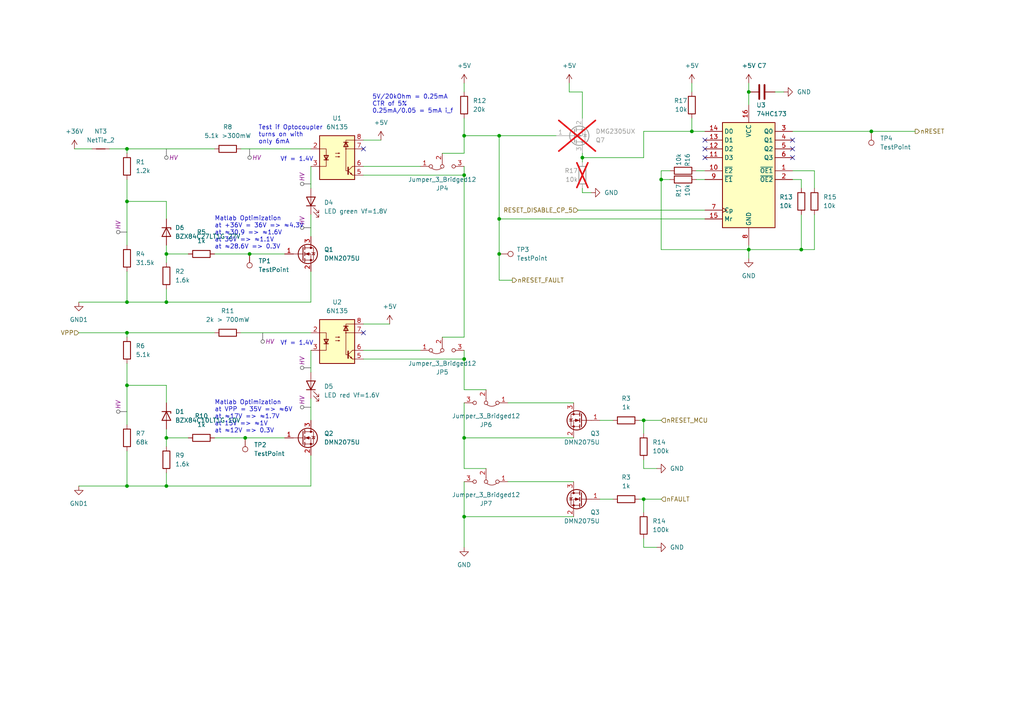
<source format=kicad_sch>
(kicad_sch (version 20230121) (generator eeschema)

  (uuid 3e7b3577-f9fe-43b8-87b4-49ec26bbfecc)

  (paper "A4")

  (title_block
    (title "Xaar 128 Driver")
    (date "2023-12-04")
    (rev "1.0.0")
  )

  (lib_symbols
    (symbol "Connector:TestPoint" (pin_numbers hide) (pin_names (offset 0.762) hide) (in_bom yes) (on_board yes)
      (property "Reference" "TP" (at 0 6.858 0)
        (effects (font (size 1.27 1.27)))
      )
      (property "Value" "TestPoint" (at 0 5.08 0)
        (effects (font (size 1.27 1.27)))
      )
      (property "Footprint" "" (at 5.08 0 0)
        (effects (font (size 1.27 1.27)) hide)
      )
      (property "Datasheet" "~" (at 5.08 0 0)
        (effects (font (size 1.27 1.27)) hide)
      )
      (property "ki_keywords" "test point tp" (at 0 0 0)
        (effects (font (size 1.27 1.27)) hide)
      )
      (property "ki_description" "test point" (at 0 0 0)
        (effects (font (size 1.27 1.27)) hide)
      )
      (property "ki_fp_filters" "Pin* Test*" (at 0 0 0)
        (effects (font (size 1.27 1.27)) hide)
      )
      (symbol "TestPoint_0_1"
        (circle (center 0 3.302) (radius 0.762)
          (stroke (width 0) (type default))
          (fill (type none))
        )
      )
      (symbol "TestPoint_1_1"
        (pin passive line (at 0 0 90) (length 2.54)
          (name "1" (effects (font (size 1.27 1.27))))
          (number "1" (effects (font (size 1.27 1.27))))
        )
      )
    )
    (symbol "Device:C" (pin_numbers hide) (pin_names (offset 0.254)) (in_bom yes) (on_board yes)
      (property "Reference" "C" (at 0.635 2.54 0)
        (effects (font (size 1.27 1.27)) (justify left))
      )
      (property "Value" "C" (at 0.635 -2.54 0)
        (effects (font (size 1.27 1.27)) (justify left))
      )
      (property "Footprint" "" (at 0.9652 -3.81 0)
        (effects (font (size 1.27 1.27)) hide)
      )
      (property "Datasheet" "~" (at 0 0 0)
        (effects (font (size 1.27 1.27)) hide)
      )
      (property "ki_keywords" "cap capacitor" (at 0 0 0)
        (effects (font (size 1.27 1.27)) hide)
      )
      (property "ki_description" "Unpolarized capacitor" (at 0 0 0)
        (effects (font (size 1.27 1.27)) hide)
      )
      (property "ki_fp_filters" "C_*" (at 0 0 0)
        (effects (font (size 1.27 1.27)) hide)
      )
      (symbol "C_0_1"
        (polyline
          (pts
            (xy -2.032 -0.762)
            (xy 2.032 -0.762)
          )
          (stroke (width 0.508) (type default))
          (fill (type none))
        )
        (polyline
          (pts
            (xy -2.032 0.762)
            (xy 2.032 0.762)
          )
          (stroke (width 0.508) (type default))
          (fill (type none))
        )
      )
      (symbol "C_1_1"
        (pin passive line (at 0 3.81 270) (length 2.794)
          (name "~" (effects (font (size 1.27 1.27))))
          (number "1" (effects (font (size 1.27 1.27))))
        )
        (pin passive line (at 0 -3.81 90) (length 2.794)
          (name "~" (effects (font (size 1.27 1.27))))
          (number "2" (effects (font (size 1.27 1.27))))
        )
      )
    )
    (symbol "Device:LED" (pin_numbers hide) (pin_names (offset 1.016) hide) (in_bom yes) (on_board yes)
      (property "Reference" "D" (at 0 2.54 0)
        (effects (font (size 1.27 1.27)))
      )
      (property "Value" "LED" (at 0 -2.54 0)
        (effects (font (size 1.27 1.27)))
      )
      (property "Footprint" "" (at 0 0 0)
        (effects (font (size 1.27 1.27)) hide)
      )
      (property "Datasheet" "~" (at 0 0 0)
        (effects (font (size 1.27 1.27)) hide)
      )
      (property "ki_keywords" "LED diode" (at 0 0 0)
        (effects (font (size 1.27 1.27)) hide)
      )
      (property "ki_description" "Light emitting diode" (at 0 0 0)
        (effects (font (size 1.27 1.27)) hide)
      )
      (property "ki_fp_filters" "LED* LED_SMD:* LED_THT:*" (at 0 0 0)
        (effects (font (size 1.27 1.27)) hide)
      )
      (symbol "LED_0_1"
        (polyline
          (pts
            (xy -1.27 -1.27)
            (xy -1.27 1.27)
          )
          (stroke (width 0.254) (type default))
          (fill (type none))
        )
        (polyline
          (pts
            (xy -1.27 0)
            (xy 1.27 0)
          )
          (stroke (width 0) (type default))
          (fill (type none))
        )
        (polyline
          (pts
            (xy 1.27 -1.27)
            (xy 1.27 1.27)
            (xy -1.27 0)
            (xy 1.27 -1.27)
          )
          (stroke (width 0.254) (type default))
          (fill (type none))
        )
        (polyline
          (pts
            (xy -3.048 -0.762)
            (xy -4.572 -2.286)
            (xy -3.81 -2.286)
            (xy -4.572 -2.286)
            (xy -4.572 -1.524)
          )
          (stroke (width 0) (type default))
          (fill (type none))
        )
        (polyline
          (pts
            (xy -1.778 -0.762)
            (xy -3.302 -2.286)
            (xy -2.54 -2.286)
            (xy -3.302 -2.286)
            (xy -3.302 -1.524)
          )
          (stroke (width 0) (type default))
          (fill (type none))
        )
      )
      (symbol "LED_1_1"
        (pin passive line (at -3.81 0 0) (length 2.54)
          (name "K" (effects (font (size 1.27 1.27))))
          (number "1" (effects (font (size 1.27 1.27))))
        )
        (pin passive line (at 3.81 0 180) (length 2.54)
          (name "A" (effects (font (size 1.27 1.27))))
          (number "2" (effects (font (size 1.27 1.27))))
        )
      )
    )
    (symbol "Device:NetTie_2" (pin_numbers hide) (pin_names (offset 0) hide) (in_bom no) (on_board yes)
      (property "Reference" "NT" (at 0 1.27 0)
        (effects (font (size 1.27 1.27)))
      )
      (property "Value" "NetTie_2" (at 0 -1.27 0)
        (effects (font (size 1.27 1.27)))
      )
      (property "Footprint" "" (at 0 0 0)
        (effects (font (size 1.27 1.27)) hide)
      )
      (property "Datasheet" "~" (at 0 0 0)
        (effects (font (size 1.27 1.27)) hide)
      )
      (property "ki_keywords" "net tie short" (at 0 0 0)
        (effects (font (size 1.27 1.27)) hide)
      )
      (property "ki_description" "Net tie, 2 pins" (at 0 0 0)
        (effects (font (size 1.27 1.27)) hide)
      )
      (property "ki_fp_filters" "Net*Tie*" (at 0 0 0)
        (effects (font (size 1.27 1.27)) hide)
      )
      (symbol "NetTie_2_0_1"
        (polyline
          (pts
            (xy -1.27 0)
            (xy 1.27 0)
          )
          (stroke (width 0.254) (type default))
          (fill (type none))
        )
      )
      (symbol "NetTie_2_1_1"
        (pin passive line (at -2.54 0 0) (length 2.54)
          (name "1" (effects (font (size 1.27 1.27))))
          (number "1" (effects (font (size 1.27 1.27))))
        )
        (pin passive line (at 2.54 0 180) (length 2.54)
          (name "2" (effects (font (size 1.27 1.27))))
          (number "2" (effects (font (size 1.27 1.27))))
        )
      )
    )
    (symbol "Device:R" (pin_numbers hide) (pin_names (offset 0)) (in_bom yes) (on_board yes)
      (property "Reference" "R" (at 2.032 0 90)
        (effects (font (size 1.27 1.27)))
      )
      (property "Value" "R" (at 0 0 90)
        (effects (font (size 1.27 1.27)))
      )
      (property "Footprint" "" (at -1.778 0 90)
        (effects (font (size 1.27 1.27)) hide)
      )
      (property "Datasheet" "~" (at 0 0 0)
        (effects (font (size 1.27 1.27)) hide)
      )
      (property "ki_keywords" "R res resistor" (at 0 0 0)
        (effects (font (size 1.27 1.27)) hide)
      )
      (property "ki_description" "Resistor" (at 0 0 0)
        (effects (font (size 1.27 1.27)) hide)
      )
      (property "ki_fp_filters" "R_*" (at 0 0 0)
        (effects (font (size 1.27 1.27)) hide)
      )
      (symbol "R_0_1"
        (rectangle (start -1.016 -2.54) (end 1.016 2.54)
          (stroke (width 0.254) (type default))
          (fill (type none))
        )
      )
      (symbol "R_1_1"
        (pin passive line (at 0 3.81 270) (length 1.27)
          (name "~" (effects (font (size 1.27 1.27))))
          (number "1" (effects (font (size 1.27 1.27))))
        )
        (pin passive line (at 0 -3.81 90) (length 1.27)
          (name "~" (effects (font (size 1.27 1.27))))
          (number "2" (effects (font (size 1.27 1.27))))
        )
      )
    )
    (symbol "Diode:BZX84Cxx" (pin_numbers hide) (pin_names hide) (in_bom yes) (on_board yes)
      (property "Reference" "D" (at 0 3.81 0)
        (effects (font (size 1.27 1.27)))
      )
      (property "Value" "BZX84Cxx" (at 0 -3.81 0)
        (effects (font (size 1.27 1.27)))
      )
      (property "Footprint" "Package_TO_SOT_SMD:SOT-23" (at 0 0 0)
        (effects (font (size 1.27 1.27)) hide)
      )
      (property "Datasheet" "https://diotec.com/tl_files/diotec/files/pdf/datasheets/bzx84c2v4.pdf" (at 0 0 0)
        (effects (font (size 1.27 1.27)) hide)
      )
      (property "ki_keywords" "zener diode" (at 0 0 0)
        (effects (font (size 1.27 1.27)) hide)
      )
      (property "ki_description" "300mW Zener Diode, SOT-23" (at 0 0 0)
        (effects (font (size 1.27 1.27)) hide)
      )
      (property "ki_fp_filters" "SOT?23*" (at 0 0 0)
        (effects (font (size 1.27 1.27)) hide)
      )
      (symbol "BZX84Cxx_0_1"
        (polyline
          (pts
            (xy 1.27 0)
            (xy -1.27 0)
          )
          (stroke (width 0) (type default))
          (fill (type none))
        )
        (polyline
          (pts
            (xy -1.27 -1.27)
            (xy -1.27 1.27)
            (xy -0.762 1.27)
          )
          (stroke (width 0.254) (type default))
          (fill (type none))
        )
        (polyline
          (pts
            (xy 1.27 -1.27)
            (xy 1.27 1.27)
            (xy -1.27 0)
            (xy 1.27 -1.27)
          )
          (stroke (width 0.254) (type default))
          (fill (type none))
        )
      )
      (symbol "BZX84Cxx_1_1"
        (pin passive line (at 3.81 0 180) (length 2.54)
          (name "A" (effects (font (size 1.27 1.27))))
          (number "1" (effects (font (size 1.27 1.27))))
        )
        (pin no_connect line (at 1.27 0 180) (length 2.54) hide
          (name "NC" (effects (font (size 1.27 1.27))))
          (number "2" (effects (font (size 1.27 1.27))))
        )
        (pin passive line (at -3.81 0 0) (length 2.54)
          (name "K" (effects (font (size 1.27 1.27))))
          (number "3" (effects (font (size 1.27 1.27))))
        )
      )
    )
    (symbol "Isolator:6N135" (pin_names (offset 1.016)) (in_bom yes) (on_board yes)
      (property "Reference" "U" (at -5.08 7.62 0)
        (effects (font (size 1.27 1.27)) (justify left))
      )
      (property "Value" "6N135" (at 0 7.62 0)
        (effects (font (size 1.27 1.27)) (justify left))
      )
      (property "Footprint" "Package_DIP:DIP-8_W7.62mm" (at -5.08 -7.62 0)
        (effects (font (size 1.27 1.27) italic) (justify left) hide)
      )
      (property "Datasheet" "https://optoelectronics.liteon.com/upload/download/DS70-2008-0032/6N135-L%206N136-L%20series.pdf" (at 0 0 0)
        (effects (font (size 1.27 1.27)) (justify left) hide)
      )
      (property "ki_keywords" "High Speed Optocoupler" (at 0 0 0)
        (effects (font (size 1.27 1.27)) hide)
      )
      (property "ki_description" "High Speed Optocoupler, TTL Compatible, CTR 18%, DIP8" (at 0 0 0)
        (effects (font (size 1.27 1.27)) hide)
      )
      (property "ki_fp_filters" "DIP*W7.62mm*" (at 0 0 0)
        (effects (font (size 1.27 1.27)) hide)
      )
      (symbol "6N135_0_1"
        (rectangle (start -5.08 6.35) (end 5.08 -6.35)
          (stroke (width 0.254) (type default))
          (fill (type background))
        )
        (polyline
          (pts
            (xy -3.81 -0.635)
            (xy -2.54 -0.635)
          )
          (stroke (width 0.254) (type default))
          (fill (type none))
        )
        (polyline
          (pts
            (xy 1.905 4.445)
            (xy 3.175 4.445)
          )
          (stroke (width 0.254) (type default))
          (fill (type none))
        )
        (polyline
          (pts
            (xy 3.175 -2.794)
            (xy 3.175 -4.826)
          )
          (stroke (width 0.3556) (type default))
          (fill (type none))
        )
        (polyline
          (pts
            (xy 3.302 -3.937)
            (xy 4.445 -5.08)
          )
          (stroke (width 0) (type default))
          (fill (type none))
        )
        (polyline
          (pts
            (xy 3.302 -3.683)
            (xy 4.445 -2.54)
          )
          (stroke (width 0) (type default))
          (fill (type none))
        )
        (polyline
          (pts
            (xy 5.08 -5.08)
            (xy 4.445 -5.08)
          )
          (stroke (width 0) (type default))
          (fill (type none))
        )
        (polyline
          (pts
            (xy 5.08 -2.54)
            (xy 4.445 -2.54)
          )
          (stroke (width 0) (type default))
          (fill (type none))
        )
        (polyline
          (pts
            (xy 5.08 2.54)
            (xy 2.54 2.54)
          )
          (stroke (width 0) (type default))
          (fill (type none))
        )
        (polyline
          (pts
            (xy -5.08 2.54)
            (xy -3.175 2.54)
            (xy -3.175 -2.54)
            (xy -5.08 -2.54)
          )
          (stroke (width 0) (type default))
          (fill (type none))
        )
        (polyline
          (pts
            (xy -3.175 -0.635)
            (xy -3.81 0.635)
            (xy -2.54 0.635)
            (xy -3.175 -0.635)
          )
          (stroke (width 0.254) (type default))
          (fill (type none))
        )
        (polyline
          (pts
            (xy 2.54 4.445)
            (xy 1.905 3.175)
            (xy 3.175 3.175)
            (xy 2.54 4.445)
          )
          (stroke (width 0.254) (type default))
          (fill (type none))
        )
        (polyline
          (pts
            (xy 4.318 -4.953)
            (xy 4.064 -4.445)
            (xy 3.81 -4.699)
            (xy 4.318 -4.953)
          )
          (stroke (width 0) (type default))
          (fill (type none))
        )
        (polyline
          (pts
            (xy 5.08 5.08)
            (xy 2.54 5.08)
            (xy 2.54 -3.81)
            (xy 3.175 -3.81)
          )
          (stroke (width 0) (type default))
          (fill (type none))
        )
        (polyline
          (pts
            (xy -0.508 0.254)
            (xy 0.762 0.254)
            (xy 0.381 0.127)
            (xy 0.381 0.381)
            (xy 0.762 0.254)
          )
          (stroke (width 0) (type default))
          (fill (type none))
        )
        (polyline
          (pts
            (xy -0.508 1.27)
            (xy 0.762 1.27)
            (xy 0.381 1.143)
            (xy 0.381 1.397)
            (xy 0.762 1.27)
          )
          (stroke (width 0) (type default))
          (fill (type none))
        )
        (circle (center 2.54 2.54) (radius 0.127)
          (stroke (width 0) (type default))
          (fill (type none))
        )
      )
      (symbol "6N135_1_1"
        (pin no_connect line (at -5.08 5.08 0) (length 2.54) hide
          (name "NC" (effects (font (size 1.27 1.27))))
          (number "1" (effects (font (size 1.27 1.27))))
        )
        (pin passive line (at -7.62 2.54 0) (length 2.54)
          (name "~" (effects (font (size 1.27 1.27))))
          (number "2" (effects (font (size 1.27 1.27))))
        )
        (pin passive line (at -7.62 -2.54 0) (length 2.54)
          (name "~" (effects (font (size 1.27 1.27))))
          (number "3" (effects (font (size 1.27 1.27))))
        )
        (pin no_connect line (at -5.08 -5.08 0) (length 2.54) hide
          (name "NC" (effects (font (size 1.27 1.27))))
          (number "4" (effects (font (size 1.27 1.27))))
        )
        (pin passive line (at 7.62 -5.08 180) (length 2.54)
          (name "~" (effects (font (size 1.27 1.27))))
          (number "5" (effects (font (size 1.27 1.27))))
        )
        (pin passive line (at 7.62 -2.54 180) (length 2.54)
          (name "~" (effects (font (size 1.27 1.27))))
          (number "6" (effects (font (size 1.27 1.27))))
        )
        (pin passive line (at 7.62 2.54 180) (length 2.54)
          (name "~" (effects (font (size 1.27 1.27))))
          (number "7" (effects (font (size 1.27 1.27))))
        )
        (pin passive line (at 7.62 5.08 180) (length 2.54)
          (name "~" (effects (font (size 1.27 1.27))))
          (number "8" (effects (font (size 1.27 1.27))))
        )
      )
    )
    (symbol "Jumper:Jumper_3_Bridged12" (pin_names (offset 0) hide) (in_bom yes) (on_board yes)
      (property "Reference" "JP" (at -2.54 -2.54 0)
        (effects (font (size 1.27 1.27)))
      )
      (property "Value" "Jumper_3_Bridged12" (at 0 2.794 0)
        (effects (font (size 1.27 1.27)))
      )
      (property "Footprint" "" (at 0 0 0)
        (effects (font (size 1.27 1.27)) hide)
      )
      (property "Datasheet" "~" (at 0 0 0)
        (effects (font (size 1.27 1.27)) hide)
      )
      (property "ki_keywords" "Jumper SPDT" (at 0 0 0)
        (effects (font (size 1.27 1.27)) hide)
      )
      (property "ki_description" "Jumper, 3-pole, pins 1+2 closed/bridged" (at 0 0 0)
        (effects (font (size 1.27 1.27)) hide)
      )
      (property "ki_fp_filters" "Jumper* TestPoint*3Pads* TestPoint*Bridge*" (at 0 0 0)
        (effects (font (size 1.27 1.27)) hide)
      )
      (symbol "Jumper_3_Bridged12_0_0"
        (circle (center -3.302 0) (radius 0.508)
          (stroke (width 0) (type default))
          (fill (type none))
        )
        (circle (center 0 0) (radius 0.508)
          (stroke (width 0) (type default))
          (fill (type none))
        )
        (circle (center 3.302 0) (radius 0.508)
          (stroke (width 0) (type default))
          (fill (type none))
        )
      )
      (symbol "Jumper_3_Bridged12_0_1"
        (arc (start -0.254 0.508) (mid -1.651 0.9912) (end -3.048 0.508)
          (stroke (width 0) (type default))
          (fill (type none))
        )
        (polyline
          (pts
            (xy 0 -1.27)
            (xy 0 -0.508)
          )
          (stroke (width 0) (type default))
          (fill (type none))
        )
      )
      (symbol "Jumper_3_Bridged12_1_1"
        (pin passive line (at -6.35 0 0) (length 2.54)
          (name "A" (effects (font (size 1.27 1.27))))
          (number "1" (effects (font (size 1.27 1.27))))
        )
        (pin passive line (at 0 -3.81 90) (length 2.54)
          (name "C" (effects (font (size 1.27 1.27))))
          (number "2" (effects (font (size 1.27 1.27))))
        )
        (pin passive line (at 6.35 0 180) (length 2.54)
          (name "B" (effects (font (size 1.27 1.27))))
          (number "3" (effects (font (size 1.27 1.27))))
        )
      )
    )
    (symbol "Transistor_FET:DMG2301L" (pin_names hide) (in_bom yes) (on_board yes)
      (property "Reference" "Q" (at 5.08 1.905 0)
        (effects (font (size 1.27 1.27)) (justify left))
      )
      (property "Value" "DMG2301L" (at 5.08 0 0)
        (effects (font (size 1.27 1.27)) (justify left))
      )
      (property "Footprint" "Package_TO_SOT_SMD:SOT-23" (at 5.08 -1.905 0)
        (effects (font (size 1.27 1.27) italic) (justify left) hide)
      )
      (property "Datasheet" "https://www.diodes.com/assets/Datasheets/DMG2301L.pdf" (at 0 0 0)
        (effects (font (size 1.27 1.27)) (justify left) hide)
      )
      (property "ki_keywords" "P-Channel MOSFET" (at 0 0 0)
        (effects (font (size 1.27 1.27)) hide)
      )
      (property "ki_description" "-3A Id, -20V Vds, P-Channel MOSFET, SOT-23" (at 0 0 0)
        (effects (font (size 1.27 1.27)) hide)
      )
      (property "ki_fp_filters" "SOT?23*" (at 0 0 0)
        (effects (font (size 1.27 1.27)) hide)
      )
      (symbol "DMG2301L_0_1"
        (polyline
          (pts
            (xy 0.254 0)
            (xy -2.54 0)
          )
          (stroke (width 0) (type default))
          (fill (type none))
        )
        (polyline
          (pts
            (xy 0.254 1.905)
            (xy 0.254 -1.905)
          )
          (stroke (width 0.254) (type default))
          (fill (type none))
        )
        (polyline
          (pts
            (xy 0.762 -1.27)
            (xy 0.762 -2.286)
          )
          (stroke (width 0.254) (type default))
          (fill (type none))
        )
        (polyline
          (pts
            (xy 0.762 0.508)
            (xy 0.762 -0.508)
          )
          (stroke (width 0.254) (type default))
          (fill (type none))
        )
        (polyline
          (pts
            (xy 0.762 2.286)
            (xy 0.762 1.27)
          )
          (stroke (width 0.254) (type default))
          (fill (type none))
        )
        (polyline
          (pts
            (xy 2.54 2.54)
            (xy 2.54 1.778)
          )
          (stroke (width 0) (type default))
          (fill (type none))
        )
        (polyline
          (pts
            (xy 2.54 -2.54)
            (xy 2.54 0)
            (xy 0.762 0)
          )
          (stroke (width 0) (type default))
          (fill (type none))
        )
        (polyline
          (pts
            (xy 0.762 1.778)
            (xy 3.302 1.778)
            (xy 3.302 -1.778)
            (xy 0.762 -1.778)
          )
          (stroke (width 0) (type default))
          (fill (type none))
        )
        (polyline
          (pts
            (xy 2.286 0)
            (xy 1.27 0.381)
            (xy 1.27 -0.381)
            (xy 2.286 0)
          )
          (stroke (width 0) (type default))
          (fill (type outline))
        )
        (polyline
          (pts
            (xy 2.794 -0.508)
            (xy 2.921 -0.381)
            (xy 3.683 -0.381)
            (xy 3.81 -0.254)
          )
          (stroke (width 0) (type default))
          (fill (type none))
        )
        (polyline
          (pts
            (xy 3.302 -0.381)
            (xy 2.921 0.254)
            (xy 3.683 0.254)
            (xy 3.302 -0.381)
          )
          (stroke (width 0) (type default))
          (fill (type none))
        )
        (circle (center 1.651 0) (radius 2.794)
          (stroke (width 0.254) (type default))
          (fill (type none))
        )
        (circle (center 2.54 -1.778) (radius 0.254)
          (stroke (width 0) (type default))
          (fill (type outline))
        )
        (circle (center 2.54 1.778) (radius 0.254)
          (stroke (width 0) (type default))
          (fill (type outline))
        )
      )
      (symbol "DMG2301L_1_1"
        (pin input line (at -5.08 0 0) (length 2.54)
          (name "G" (effects (font (size 1.27 1.27))))
          (number "1" (effects (font (size 1.27 1.27))))
        )
        (pin passive line (at 2.54 -5.08 90) (length 2.54)
          (name "S" (effects (font (size 1.27 1.27))))
          (number "2" (effects (font (size 1.27 1.27))))
        )
        (pin passive line (at 2.54 5.08 270) (length 2.54)
          (name "D" (effects (font (size 1.27 1.27))))
          (number "3" (effects (font (size 1.27 1.27))))
        )
      )
    )
    (symbol "Transistor_FET:DMN2075U" (pin_names hide) (in_bom yes) (on_board yes)
      (property "Reference" "Q" (at 5.08 1.905 0)
        (effects (font (size 1.27 1.27)) (justify left))
      )
      (property "Value" "DMN2075U" (at 5.08 0 0)
        (effects (font (size 1.27 1.27)) (justify left))
      )
      (property "Footprint" "Package_TO_SOT_SMD:SOT-23" (at 5.08 -1.905 0)
        (effects (font (size 1.27 1.27) italic) (justify left) hide)
      )
      (property "Datasheet" "http://www.diodes.com/assets/Datasheets/DMN2075U.pdf" (at 0 0 0)
        (effects (font (size 1.27 1.27)) (justify left) hide)
      )
      (property "ki_keywords" "N-Channel MOSFET" (at 0 0 0)
        (effects (font (size 1.27 1.27)) hide)
      )
      (property "ki_description" "4.2A Id, 20V Vds, N-Channel MOSFET, SOT-23" (at 0 0 0)
        (effects (font (size 1.27 1.27)) hide)
      )
      (property "ki_fp_filters" "SOT?23*" (at 0 0 0)
        (effects (font (size 1.27 1.27)) hide)
      )
      (symbol "DMN2075U_0_1"
        (polyline
          (pts
            (xy 0.254 0)
            (xy -2.54 0)
          )
          (stroke (width 0) (type default))
          (fill (type none))
        )
        (polyline
          (pts
            (xy 0.254 1.905)
            (xy 0.254 -1.905)
          )
          (stroke (width 0.254) (type default))
          (fill (type none))
        )
        (polyline
          (pts
            (xy 0.762 -1.27)
            (xy 0.762 -2.286)
          )
          (stroke (width 0.254) (type default))
          (fill (type none))
        )
        (polyline
          (pts
            (xy 0.762 0.508)
            (xy 0.762 -0.508)
          )
          (stroke (width 0.254) (type default))
          (fill (type none))
        )
        (polyline
          (pts
            (xy 0.762 2.286)
            (xy 0.762 1.27)
          )
          (stroke (width 0.254) (type default))
          (fill (type none))
        )
        (polyline
          (pts
            (xy 2.54 2.54)
            (xy 2.54 1.778)
          )
          (stroke (width 0) (type default))
          (fill (type none))
        )
        (polyline
          (pts
            (xy 2.54 -2.54)
            (xy 2.54 0)
            (xy 0.762 0)
          )
          (stroke (width 0) (type default))
          (fill (type none))
        )
        (polyline
          (pts
            (xy 0.762 -1.778)
            (xy 3.302 -1.778)
            (xy 3.302 1.778)
            (xy 0.762 1.778)
          )
          (stroke (width 0) (type default))
          (fill (type none))
        )
        (polyline
          (pts
            (xy 1.016 0)
            (xy 2.032 0.381)
            (xy 2.032 -0.381)
            (xy 1.016 0)
          )
          (stroke (width 0) (type default))
          (fill (type outline))
        )
        (polyline
          (pts
            (xy 2.794 0.508)
            (xy 2.921 0.381)
            (xy 3.683 0.381)
            (xy 3.81 0.254)
          )
          (stroke (width 0) (type default))
          (fill (type none))
        )
        (polyline
          (pts
            (xy 3.302 0.381)
            (xy 2.921 -0.254)
            (xy 3.683 -0.254)
            (xy 3.302 0.381)
          )
          (stroke (width 0) (type default))
          (fill (type none))
        )
        (circle (center 1.651 0) (radius 2.794)
          (stroke (width 0.254) (type default))
          (fill (type none))
        )
        (circle (center 2.54 -1.778) (radius 0.254)
          (stroke (width 0) (type default))
          (fill (type outline))
        )
        (circle (center 2.54 1.778) (radius 0.254)
          (stroke (width 0) (type default))
          (fill (type outline))
        )
      )
      (symbol "DMN2075U_1_1"
        (pin input line (at -5.08 0 0) (length 2.54)
          (name "G" (effects (font (size 1.27 1.27))))
          (number "1" (effects (font (size 1.27 1.27))))
        )
        (pin passive line (at 2.54 -5.08 90) (length 2.54)
          (name "S" (effects (font (size 1.27 1.27))))
          (number "2" (effects (font (size 1.27 1.27))))
        )
        (pin passive line (at 2.54 5.08 270) (length 2.54)
          (name "D" (effects (font (size 1.27 1.27))))
          (number "3" (effects (font (size 1.27 1.27))))
        )
      )
    )
    (symbol "Xaar_Driver:74HC173" (in_bom yes) (on_board yes)
      (property "Reference" "U" (at -7.62 16.51 0)
        (effects (font (size 1.27 1.27)))
      )
      (property "Value" "74HC173" (at -7.62 -16.51 0)
        (effects (font (size 1.27 1.27)))
      )
      (property "Footprint" "" (at 0 0 0)
        (effects (font (size 1.27 1.27)) hide)
      )
      (property "Datasheet" "https://docs.rs-online.com/3ca7/0900766b80422bf5.pdf" (at 0 0 0)
        (effects (font (size 1.27 1.27)) hide)
      )
      (property "ki_keywords" "HCMOS DFF DFF4" (at 0 0 0)
        (effects (font (size 1.27 1.27)) hide)
      )
      (property "ki_description" "Quad D-type flip-flop; positive-edge trigger; 3-state" (at 0 0 0)
        (effects (font (size 1.27 1.27)) hide)
      )
      (property "ki_fp_filters" "DIP?20* SO?20* SOIC?20*" (at 0 0 0)
        (effects (font (size 1.27 1.27)) hide)
      )
      (symbol "74HC173_1_0"
        (pin output line (at 12.7 1.27 180) (length 5.08)
          (name "~{OE1}" (effects (font (size 1.27 1.27))))
          (number "1" (effects (font (size 1.27 1.27))))
        )
        (pin input line (at -12.7 1.27 0) (length 5.08)
          (name "~{E2}" (effects (font (size 1.27 1.27))))
          (number "10" (effects (font (size 1.27 1.27))))
        )
        (pin input line (at -12.7 5.08 0) (length 5.08)
          (name "D3" (effects (font (size 1.27 1.27))))
          (number "11" (effects (font (size 1.27 1.27))))
        )
        (pin input line (at -12.7 7.62 0) (length 5.08)
          (name "D2" (effects (font (size 1.27 1.27))))
          (number "12" (effects (font (size 1.27 1.27))))
        )
        (pin input line (at -12.7 10.16 0) (length 5.08)
          (name "D1" (effects (font (size 1.27 1.27))))
          (number "13" (effects (font (size 1.27 1.27))))
        )
        (pin input line (at -12.7 12.7 0) (length 5.08)
          (name "D0" (effects (font (size 1.27 1.27))))
          (number "14" (effects (font (size 1.27 1.27))))
        )
        (pin input line (at -12.7 -12.7 0) (length 5.08)
          (name "Mr" (effects (font (size 1.27 1.27))))
          (number "15" (effects (font (size 1.27 1.27))))
        )
        (pin power_in line (at 0 20.32 270) (length 5.08)
          (name "VCC" (effects (font (size 1.27 1.27))))
          (number "16" (effects (font (size 1.27 1.27))))
        )
        (pin output line (at 12.7 -1.27 180) (length 5.08)
          (name "~{OE2}" (effects (font (size 1.27 1.27))))
          (number "2" (effects (font (size 1.27 1.27))))
        )
        (pin output line (at 12.7 12.7 180) (length 5.08)
          (name "Q0" (effects (font (size 1.27 1.27))))
          (number "3" (effects (font (size 1.27 1.27))))
        )
        (pin output line (at 12.7 10.16 180) (length 5.08)
          (name "Q1" (effects (font (size 1.27 1.27))))
          (number "4" (effects (font (size 1.27 1.27))))
        )
        (pin output line (at 12.7 7.62 180) (length 5.08)
          (name "Q2" (effects (font (size 1.27 1.27))))
          (number "5" (effects (font (size 1.27 1.27))))
        )
        (pin output line (at 12.7 5.08 180) (length 5.08)
          (name "Q3" (effects (font (size 1.27 1.27))))
          (number "6" (effects (font (size 1.27 1.27))))
        )
        (pin input clock (at -12.7 -10.16 0) (length 5.08)
          (name "Cp" (effects (font (size 1.27 1.27))))
          (number "7" (effects (font (size 1.27 1.27))))
        )
        (pin power_in line (at 0 -20.32 90) (length 5.08)
          (name "GND" (effects (font (size 1.27 1.27))))
          (number "8" (effects (font (size 1.27 1.27))))
        )
        (pin input line (at -12.7 -1.27 0) (length 5.08)
          (name "~{E1}" (effects (font (size 1.27 1.27))))
          (number "9" (effects (font (size 1.27 1.27))))
        )
      )
      (symbol "74HC173_1_1"
        (rectangle (start -7.62 15.24) (end 7.62 -15.24)
          (stroke (width 0.254) (type default))
          (fill (type background))
        )
      )
    )
    (symbol "power:+36V" (power) (pin_names (offset 0)) (in_bom yes) (on_board yes)
      (property "Reference" "#PWR" (at 0 -3.81 0)
        (effects (font (size 1.27 1.27)) hide)
      )
      (property "Value" "+36V" (at 0 3.556 0)
        (effects (font (size 1.27 1.27)))
      )
      (property "Footprint" "" (at 0 0 0)
        (effects (font (size 1.27 1.27)) hide)
      )
      (property "Datasheet" "" (at 0 0 0)
        (effects (font (size 1.27 1.27)) hide)
      )
      (property "ki_keywords" "global power" (at 0 0 0)
        (effects (font (size 1.27 1.27)) hide)
      )
      (property "ki_description" "Power symbol creates a global label with name \"+36V\"" (at 0 0 0)
        (effects (font (size 1.27 1.27)) hide)
      )
      (symbol "+36V_0_1"
        (polyline
          (pts
            (xy -0.762 1.27)
            (xy 0 2.54)
          )
          (stroke (width 0) (type default))
          (fill (type none))
        )
        (polyline
          (pts
            (xy 0 0)
            (xy 0 2.54)
          )
          (stroke (width 0) (type default))
          (fill (type none))
        )
        (polyline
          (pts
            (xy 0 2.54)
            (xy 0.762 1.27)
          )
          (stroke (width 0) (type default))
          (fill (type none))
        )
      )
      (symbol "+36V_1_1"
        (pin power_in line (at 0 0 90) (length 0) hide
          (name "+36V" (effects (font (size 1.27 1.27))))
          (number "1" (effects (font (size 1.27 1.27))))
        )
      )
    )
    (symbol "power:+5V" (power) (pin_names (offset 0)) (in_bom yes) (on_board yes)
      (property "Reference" "#PWR" (at 0 -3.81 0)
        (effects (font (size 1.27 1.27)) hide)
      )
      (property "Value" "+5V" (at 0 3.556 0)
        (effects (font (size 1.27 1.27)))
      )
      (property "Footprint" "" (at 0 0 0)
        (effects (font (size 1.27 1.27)) hide)
      )
      (property "Datasheet" "" (at 0 0 0)
        (effects (font (size 1.27 1.27)) hide)
      )
      (property "ki_keywords" "global power" (at 0 0 0)
        (effects (font (size 1.27 1.27)) hide)
      )
      (property "ki_description" "Power symbol creates a global label with name \"+5V\"" (at 0 0 0)
        (effects (font (size 1.27 1.27)) hide)
      )
      (symbol "+5V_0_1"
        (polyline
          (pts
            (xy -0.762 1.27)
            (xy 0 2.54)
          )
          (stroke (width 0) (type default))
          (fill (type none))
        )
        (polyline
          (pts
            (xy 0 0)
            (xy 0 2.54)
          )
          (stroke (width 0) (type default))
          (fill (type none))
        )
        (polyline
          (pts
            (xy 0 2.54)
            (xy 0.762 1.27)
          )
          (stroke (width 0) (type default))
          (fill (type none))
        )
      )
      (symbol "+5V_1_1"
        (pin power_in line (at 0 0 90) (length 0) hide
          (name "+5V" (effects (font (size 1.27 1.27))))
          (number "1" (effects (font (size 1.27 1.27))))
        )
      )
    )
    (symbol "power:GND" (power) (pin_names (offset 0)) (in_bom yes) (on_board yes)
      (property "Reference" "#PWR" (at 0 -6.35 0)
        (effects (font (size 1.27 1.27)) hide)
      )
      (property "Value" "GND" (at 0 -3.81 0)
        (effects (font (size 1.27 1.27)))
      )
      (property "Footprint" "" (at 0 0 0)
        (effects (font (size 1.27 1.27)) hide)
      )
      (property "Datasheet" "" (at 0 0 0)
        (effects (font (size 1.27 1.27)) hide)
      )
      (property "ki_keywords" "global power" (at 0 0 0)
        (effects (font (size 1.27 1.27)) hide)
      )
      (property "ki_description" "Power symbol creates a global label with name \"GND\" , ground" (at 0 0 0)
        (effects (font (size 1.27 1.27)) hide)
      )
      (symbol "GND_0_1"
        (polyline
          (pts
            (xy 0 0)
            (xy 0 -1.27)
            (xy 1.27 -1.27)
            (xy 0 -2.54)
            (xy -1.27 -1.27)
            (xy 0 -1.27)
          )
          (stroke (width 0) (type default))
          (fill (type none))
        )
      )
      (symbol "GND_1_1"
        (pin power_in line (at 0 0 270) (length 0) hide
          (name "GND" (effects (font (size 1.27 1.27))))
          (number "1" (effects (font (size 1.27 1.27))))
        )
      )
    )
    (symbol "power:GND1" (power) (pin_names (offset 0)) (in_bom yes) (on_board yes)
      (property "Reference" "#PWR" (at 0 -6.35 0)
        (effects (font (size 1.27 1.27)) hide)
      )
      (property "Value" "GND1" (at 0 -3.81 0)
        (effects (font (size 1.27 1.27)))
      )
      (property "Footprint" "" (at 0 0 0)
        (effects (font (size 1.27 1.27)) hide)
      )
      (property "Datasheet" "" (at 0 0 0)
        (effects (font (size 1.27 1.27)) hide)
      )
      (property "ki_keywords" "global power" (at 0 0 0)
        (effects (font (size 1.27 1.27)) hide)
      )
      (property "ki_description" "Power symbol creates a global label with name \"GND1\" , ground" (at 0 0 0)
        (effects (font (size 1.27 1.27)) hide)
      )
      (symbol "GND1_0_1"
        (polyline
          (pts
            (xy 0 0)
            (xy 0 -1.27)
            (xy 1.27 -1.27)
            (xy 0 -2.54)
            (xy -1.27 -1.27)
            (xy 0 -1.27)
          )
          (stroke (width 0) (type default))
          (fill (type none))
        )
      )
      (symbol "GND1_1_1"
        (pin power_in line (at 0 0 270) (length 0) hide
          (name "GND1" (effects (font (size 1.27 1.27))))
          (number "1" (effects (font (size 1.27 1.27))))
        )
      )
    )
  )

  (junction (at 134.62 127) (diameter 0) (color 0 0 0 0)
    (uuid 01dce08b-e4a4-4936-8afb-983742c6876a)
  )
  (junction (at 144.78 39.37) (diameter 0) (color 0 0 0 0)
    (uuid 0297c22f-6d56-4140-9b39-0a00aec62927)
  )
  (junction (at 36.83 140.97) (diameter 0) (color 0 0 0 0)
    (uuid 03ed57a5-8c6b-4311-aab6-6ea49a6a9ee1)
  )
  (junction (at 217.17 72.39) (diameter 0) (color 0 0 0 0)
    (uuid 0d880532-cbce-4a78-9e16-101cb3fd09d2)
  )
  (junction (at 48.26 127) (diameter 0) (color 0 0 0 0)
    (uuid 0f723699-8535-427d-9a10-ea74aa9ef7c4)
  )
  (junction (at 72.39 73.66) (diameter 0) (color 0 0 0 0)
    (uuid 0fdc150b-46f5-4528-a058-3384976cb1a3)
  )
  (junction (at 186.69 144.78) (diameter 0) (color 0 0 0 0)
    (uuid 13a536d3-8aae-4426-aadc-5c9a395a0490)
  )
  (junction (at 48.26 140.97) (diameter 0) (color 0 0 0 0)
    (uuid 2319c1b9-e47f-4f9c-b677-b46436558144)
  )
  (junction (at 232.41 72.39) (diameter 0) (color 0 0 0 0)
    (uuid 23343fc1-200e-4319-b2e4-b30af86d7d23)
  )
  (junction (at 191.77 52.07) (diameter 0) (color 0 0 0 0)
    (uuid 29382a94-037f-4cee-aab2-48c9a8a9ae68)
  )
  (junction (at 217.17 26.67) (diameter 0) (color 0 0 0 0)
    (uuid 314cb46f-62ce-46a9-b0e3-ff5aa1c1d6f8)
  )
  (junction (at 134.62 50.8) (diameter 0) (color 0 0 0 0)
    (uuid 31bc4d59-555c-4a73-8fbc-d7ebcd96376b)
  )
  (junction (at 36.83 43.18) (diameter 0) (color 0 0 0 0)
    (uuid 4d58744d-1fcb-4c10-bd92-6cb7048b4d23)
  )
  (junction (at 144.78 63.5) (diameter 0) (color 0 0 0 0)
    (uuid 51277110-99b1-41f0-8b22-e0ea8bb7fc16)
  )
  (junction (at 36.83 58.42) (diameter 0) (color 0 0 0 0)
    (uuid 535887e6-8932-4c6a-9608-f8320a5174cb)
  )
  (junction (at 36.83 87.63) (diameter 0) (color 0 0 0 0)
    (uuid 63f3d10f-166f-4ca2-882c-8c9339692108)
  )
  (junction (at 48.26 73.66) (diameter 0) (color 0 0 0 0)
    (uuid 678bfc4a-85d5-4754-acd8-544601678a9b)
  )
  (junction (at 134.62 149.86) (diameter 0) (color 0 0 0 0)
    (uuid 7afcdac7-1acf-47e1-b2ef-834c6e9a9c06)
  )
  (junction (at 144.78 73.66) (diameter 0) (color 0 0 0 0)
    (uuid 8b7cca2b-9a84-4954-a806-88f9557bb199)
  )
  (junction (at 168.91 45.72) (diameter 0) (color 0 0 0 0)
    (uuid a1b056c8-64af-45d3-9a40-5023c7a4cd64)
  )
  (junction (at 36.83 111.76) (diameter 0) (color 0 0 0 0)
    (uuid a233504e-2d21-413b-b175-e59f7f009b2d)
  )
  (junction (at 71.12 127) (diameter 0) (color 0 0 0 0)
    (uuid b12b77f5-11a5-49e3-b7bb-82e12ec1f79f)
  )
  (junction (at 252.73 38.1) (diameter 0) (color 0 0 0 0)
    (uuid b64474dc-fad1-4365-b9ba-a4c86e5fe295)
  )
  (junction (at 200.66 38.1) (diameter 0) (color 0 0 0 0)
    (uuid b6917ce5-9cb9-4068-b195-146f65ed6426)
  )
  (junction (at 48.26 87.63) (diameter 0) (color 0 0 0 0)
    (uuid bd4fee5b-b165-44df-9e4a-982b80ec1906)
  )
  (junction (at 134.62 104.14) (diameter 0) (color 0 0 0 0)
    (uuid dac35f5f-a0d0-4a1a-8d7e-9c7ff5d71981)
  )
  (junction (at 134.62 39.37) (diameter 0) (color 0 0 0 0)
    (uuid e701e1bf-1a92-4a37-887b-6663f1e944c4)
  )
  (junction (at 186.69 121.92) (diameter 0) (color 0 0 0 0)
    (uuid f25b0e33-66ac-49f2-adbd-9e006cab8df6)
  )
  (junction (at 36.83 96.52) (diameter 0) (color 0 0 0 0)
    (uuid fe56473b-af77-4d92-b2fa-6bb9ac8e021b)
  )

  (no_connect (at 229.87 43.18) (uuid 1531d053-5b00-432a-9b81-5db64b89616c))
  (no_connect (at 204.47 43.18) (uuid 4086c1cd-6a5f-47f1-9d73-88b561ceaf3a))
  (no_connect (at 229.87 45.72) (uuid 4401ad96-703f-4fcf-9179-7cf36d4af58b))
  (no_connect (at 204.47 40.64) (uuid 57d6c3e3-f5c8-4fe4-933c-c4e30243d6a3))
  (no_connect (at 105.41 43.18) (uuid 97ebf123-80b8-4159-ab79-8204a8417080))
  (no_connect (at 229.87 40.64) (uuid dc57846b-cda6-48b2-9e40-f943bfa9503e))
  (no_connect (at 105.41 96.52) (uuid f2e4e235-df10-4b81-83b9-5f23774df74c))
  (no_connect (at 204.47 45.72) (uuid f41daf90-dee8-4a79-a531-65fabebccb4a))

  (wire (pts (xy 134.62 48.26) (xy 134.62 50.8))
    (stroke (width 0) (type default))
    (uuid 01e4e56a-a839-4492-b7e2-96c0907a7b70)
  )
  (wire (pts (xy 36.83 96.52) (xy 62.23 96.52))
    (stroke (width 0) (type default))
    (uuid 033f2571-98e9-4acc-84c9-ab212027ac46)
  )
  (wire (pts (xy 191.77 121.92) (xy 186.69 121.92))
    (stroke (width 0) (type default))
    (uuid 04b8885d-fdfe-4479-a6f6-1036db1ae9d8)
  )
  (wire (pts (xy 48.26 73.66) (xy 54.61 73.66))
    (stroke (width 0) (type default))
    (uuid 04cd2ac2-0cc9-4c8d-be47-55746a3197da)
  )
  (wire (pts (xy 48.26 140.97) (xy 36.83 140.97))
    (stroke (width 0) (type default))
    (uuid 0a63bd36-ede2-420c-9f0a-7627c4927369)
  )
  (wire (pts (xy 252.73 38.1) (xy 265.43 38.1))
    (stroke (width 0) (type default))
    (uuid 0bd0df0c-d038-4534-81ef-e4e1424a4ccf)
  )
  (wire (pts (xy 22.86 96.52) (xy 36.83 96.52))
    (stroke (width 0) (type default))
    (uuid 0e23a0dc-509c-4da5-b656-51bf0473597e)
  )
  (wire (pts (xy 201.93 49.53) (xy 204.47 49.53))
    (stroke (width 0) (type default))
    (uuid 124058ed-faac-4009-9807-0dce3b006622)
  )
  (wire (pts (xy 186.69 158.75) (xy 186.69 156.21))
    (stroke (width 0) (type default))
    (uuid 12b8b30f-ff8f-4664-9713-cbd0086ad27d)
  )
  (wire (pts (xy 236.22 49.53) (xy 229.87 49.53))
    (stroke (width 0) (type default))
    (uuid 179e41bf-560b-4c0b-b6c5-8d9ddd087a24)
  )
  (wire (pts (xy 165.1 26.67) (xy 168.91 26.67))
    (stroke (width 0) (type default))
    (uuid 1a0fc446-5a7c-4f44-95fe-9f6a4cc42830)
  )
  (wire (pts (xy 134.62 104.14) (xy 134.62 113.03))
    (stroke (width 0) (type default))
    (uuid 1f21c1f5-ed47-4212-94c2-106e47ef15a7)
  )
  (wire (pts (xy 140.97 113.03) (xy 134.62 113.03))
    (stroke (width 0) (type default))
    (uuid 212c0d84-1424-4a52-a960-a2ded17c1843)
  )
  (wire (pts (xy 191.77 52.07) (xy 194.31 52.07))
    (stroke (width 0) (type default))
    (uuid 2461c6d3-837f-45fe-b76e-78648949cf4c)
  )
  (wire (pts (xy 48.26 83.82) (xy 48.26 87.63))
    (stroke (width 0) (type default))
    (uuid 28cd4aad-9b8e-468b-a4cd-bed16ab3a001)
  )
  (wire (pts (xy 128.27 97.79) (xy 134.62 97.79))
    (stroke (width 0) (type default))
    (uuid 2988e02e-4e07-4280-80cd-e5c1a2aaf3cb)
  )
  (wire (pts (xy 105.41 93.98) (xy 113.03 93.98))
    (stroke (width 0) (type default))
    (uuid 2a38c593-47bd-4d96-b82e-3f4ee0901d60)
  )
  (wire (pts (xy 105.41 101.6) (xy 121.92 101.6))
    (stroke (width 0) (type default))
    (uuid 2a8d2f0a-4f73-49b7-80cb-f9eecb3ae5c5)
  )
  (wire (pts (xy 165.1 24.13) (xy 165.1 26.67))
    (stroke (width 0) (type default))
    (uuid 2dce1515-127d-43a2-ba93-4196377fd092)
  )
  (wire (pts (xy 191.77 144.78) (xy 186.69 144.78))
    (stroke (width 0) (type default))
    (uuid 33bec68a-9f92-4e9c-8dc0-e4cef681bb65)
  )
  (wire (pts (xy 148.59 81.28) (xy 144.78 81.28))
    (stroke (width 0) (type default))
    (uuid 383ea124-b422-4a82-91e2-71df2bd9059c)
  )
  (wire (pts (xy 36.83 87.63) (xy 22.86 87.63))
    (stroke (width 0) (type default))
    (uuid 38a7af0b-744b-42ff-a4f2-13ba5052d36c)
  )
  (wire (pts (xy 190.5 135.89) (xy 186.69 135.89))
    (stroke (width 0) (type default))
    (uuid 396f287b-45d9-4666-9923-a0b907071c75)
  )
  (wire (pts (xy 166.37 139.7) (xy 147.32 139.7))
    (stroke (width 0) (type default))
    (uuid 3a97a9fc-f7c9-443b-8939-1bcbe593433e)
  )
  (wire (pts (xy 167.64 60.96) (xy 204.47 60.96))
    (stroke (width 0) (type default))
    (uuid 3bd15687-ea48-41c8-b240-bb8ef64740a9)
  )
  (wire (pts (xy 90.17 132.08) (xy 90.17 140.97))
    (stroke (width 0) (type default))
    (uuid 40f13872-f54f-4933-8768-3f326e037cfc)
  )
  (wire (pts (xy 90.17 43.18) (xy 69.85 43.18))
    (stroke (width 0) (type default))
    (uuid 40f9e05d-0405-4f47-aa44-9ffb2648b1ff)
  )
  (wire (pts (xy 90.17 87.63) (xy 48.26 87.63))
    (stroke (width 0) (type default))
    (uuid 424c52ee-b033-46f4-a97e-0c391f1b792a)
  )
  (wire (pts (xy 186.69 121.92) (xy 185.42 121.92))
    (stroke (width 0) (type default))
    (uuid 445a954d-bd21-4202-9ea9-8a0eac9e0778)
  )
  (wire (pts (xy 200.66 24.13) (xy 200.66 26.67))
    (stroke (width 0) (type default))
    (uuid 457dbcde-77ff-4546-8e7d-8a4e7f94fd80)
  )
  (wire (pts (xy 217.17 26.67) (xy 217.17 24.13))
    (stroke (width 0) (type default))
    (uuid 46833b6c-34b0-4cda-897f-9072b136db3f)
  )
  (wire (pts (xy 217.17 30.48) (xy 217.17 26.67))
    (stroke (width 0) (type default))
    (uuid 47171762-63dc-4099-9507-6f705ab78416)
  )
  (wire (pts (xy 134.62 24.13) (xy 134.62 26.67))
    (stroke (width 0) (type default))
    (uuid 4bf736e1-c34e-4bd2-8736-a9e6df593a97)
  )
  (wire (pts (xy 232.41 62.23) (xy 232.41 72.39))
    (stroke (width 0) (type default))
    (uuid 4cba1182-9399-45c6-9d47-2fefd93527cf)
  )
  (wire (pts (xy 186.69 144.78) (xy 185.42 144.78))
    (stroke (width 0) (type default))
    (uuid 4d0867ab-992a-4976-99c9-c0b92d0da6ef)
  )
  (wire (pts (xy 168.91 26.67) (xy 168.91 34.29))
    (stroke (width 0) (type default))
    (uuid 4d11bf9e-70bd-41b9-b4bc-8ab39e9bcd2d)
  )
  (wire (pts (xy 36.83 52.07) (xy 36.83 58.42))
    (stroke (width 0) (type default))
    (uuid 4d61094d-84a6-4733-8f53-2d083f583f26)
  )
  (wire (pts (xy 105.41 40.64) (xy 110.49 40.64))
    (stroke (width 0) (type default))
    (uuid 4e81451a-329b-4f7f-8be9-c199e44385dd)
  )
  (wire (pts (xy 90.17 101.6) (xy 90.17 107.95))
    (stroke (width 0) (type default))
    (uuid 4f6fdabc-0942-4e67-8019-649ae07d58de)
  )
  (wire (pts (xy 48.26 58.42) (xy 48.26 63.5))
    (stroke (width 0) (type default))
    (uuid 508eb444-dfc9-44d0-b651-732e4529bfe2)
  )
  (wire (pts (xy 177.8 144.78) (xy 173.99 144.78))
    (stroke (width 0) (type default))
    (uuid 50c59b5f-2595-4a00-be4b-9b2d291784e9)
  )
  (wire (pts (xy 217.17 72.39) (xy 217.17 74.93))
    (stroke (width 0) (type default))
    (uuid 5246607c-6c83-4156-a6d5-ebfdff264bd6)
  )
  (wire (pts (xy 177.8 121.92) (xy 173.99 121.92))
    (stroke (width 0) (type default))
    (uuid 56a26d69-2ef6-4acc-9168-fe513900c208)
  )
  (wire (pts (xy 31.75 43.18) (xy 36.83 43.18))
    (stroke (width 0) (type default))
    (uuid 56aeca26-88e2-4942-a619-bf14f882a112)
  )
  (wire (pts (xy 134.62 101.6) (xy 134.62 104.14))
    (stroke (width 0) (type default))
    (uuid 5abd9c3e-64d0-40aa-8b50-8d68877e8512)
  )
  (wire (pts (xy 140.97 135.89) (xy 134.62 135.89))
    (stroke (width 0) (type default))
    (uuid 5b1f51f5-dd17-4871-8e7a-50d8ee5d6e4c)
  )
  (wire (pts (xy 166.37 149.86) (xy 134.62 149.86))
    (stroke (width 0) (type default))
    (uuid 5daa4614-ab01-44b3-9c2b-a6e169ea8ced)
  )
  (wire (pts (xy 71.12 127) (xy 82.55 127))
    (stroke (width 0) (type default))
    (uuid 5e13a3d8-ef8c-4624-a90b-c94d349e0c80)
  )
  (wire (pts (xy 201.93 52.07) (xy 204.47 52.07))
    (stroke (width 0) (type default))
    (uuid 5e7b8b53-40b2-4238-8328-cbbb72a28325)
  )
  (wire (pts (xy 186.69 45.72) (xy 186.69 38.1))
    (stroke (width 0) (type default))
    (uuid 62f5a964-f00d-4f2d-aeda-07d1e4cedc20)
  )
  (wire (pts (xy 168.91 46.99) (xy 168.91 45.72))
    (stroke (width 0) (type default))
    (uuid 643fbb68-33a8-4a06-94d6-c28ea53e49e9)
  )
  (wire (pts (xy 166.37 116.84) (xy 147.32 116.84))
    (stroke (width 0) (type default))
    (uuid 6551f8f4-0ff9-472b-9d35-37c15544c2aa)
  )
  (wire (pts (xy 105.41 48.26) (xy 121.92 48.26))
    (stroke (width 0) (type default))
    (uuid 66704c92-4b79-4c06-b0e5-ae3fade8a3d9)
  )
  (wire (pts (xy 48.26 111.76) (xy 48.26 116.84))
    (stroke (width 0) (type default))
    (uuid 6cc3eb23-7068-468d-ba4a-bfa788bb31c3)
  )
  (wire (pts (xy 62.23 127) (xy 71.12 127))
    (stroke (width 0) (type default))
    (uuid 6ee3b204-a07f-4660-b11c-0c4915048aa3)
  )
  (wire (pts (xy 134.62 116.84) (xy 134.62 127))
    (stroke (width 0) (type default))
    (uuid 70637a58-d38d-48ee-b5ee-36fdf8c33a03)
  )
  (wire (pts (xy 90.17 48.26) (xy 90.17 54.61))
    (stroke (width 0) (type default))
    (uuid 70977a60-76e5-4300-9c7b-f05502170080)
  )
  (wire (pts (xy 204.47 63.5) (xy 144.78 63.5))
    (stroke (width 0) (type default))
    (uuid 7237cac8-7e92-4ead-992a-036735245368)
  )
  (wire (pts (xy 36.83 96.52) (xy 36.83 97.79))
    (stroke (width 0) (type default))
    (uuid 753bc378-7e87-4575-acbd-3a8214c3568e)
  )
  (wire (pts (xy 36.83 78.74) (xy 36.83 87.63))
    (stroke (width 0) (type default))
    (uuid 78651fc5-4a8a-4acd-9775-c79e31e5917d)
  )
  (wire (pts (xy 229.87 38.1) (xy 252.73 38.1))
    (stroke (width 0) (type default))
    (uuid 7b60f3df-fb9c-4d9a-8c19-54c626386f48)
  )
  (wire (pts (xy 144.78 81.28) (xy 144.78 73.66))
    (stroke (width 0) (type default))
    (uuid 7c74b433-24e3-43f5-97e6-61c08ded99f2)
  )
  (wire (pts (xy 22.86 140.97) (xy 36.83 140.97))
    (stroke (width 0) (type default))
    (uuid 7c8791b5-adec-478c-9fe7-9494e653d2c6)
  )
  (wire (pts (xy 36.83 130.81) (xy 36.83 140.97))
    (stroke (width 0) (type default))
    (uuid 7ca0a0d9-0daa-4f1f-b0b6-15e7becd6612)
  )
  (wire (pts (xy 191.77 49.53) (xy 194.31 49.53))
    (stroke (width 0) (type default))
    (uuid 7e3bff3e-df7d-4bc2-ba29-dec8e91989fa)
  )
  (wire (pts (xy 186.69 121.92) (xy 186.69 125.73))
    (stroke (width 0) (type default))
    (uuid 7ee90955-85e8-4d72-a974-0e3945438117)
  )
  (wire (pts (xy 36.83 43.18) (xy 62.23 43.18))
    (stroke (width 0) (type default))
    (uuid 84cadefa-a54c-4324-a02a-b5c6c51c9b3d)
  )
  (wire (pts (xy 72.39 73.66) (xy 82.55 73.66))
    (stroke (width 0) (type default))
    (uuid 85b14ff0-5968-4bd3-a837-11141c1bd624)
  )
  (wire (pts (xy 232.41 52.07) (xy 229.87 52.07))
    (stroke (width 0) (type default))
    (uuid 867e5739-9b29-40ff-8cc7-3dc69766439b)
  )
  (wire (pts (xy 204.47 38.1) (xy 200.66 38.1))
    (stroke (width 0) (type default))
    (uuid 89d27c0f-9bd1-42ee-9ad3-bc604e81bede)
  )
  (wire (pts (xy 105.41 104.14) (xy 134.62 104.14))
    (stroke (width 0) (type default))
    (uuid 8c5e2468-f75e-45ef-bb70-bbc06a750d23)
  )
  (wire (pts (xy 21.59 43.18) (xy 26.67 43.18))
    (stroke (width 0) (type default))
    (uuid 8f2506ab-3845-4f90-a04d-d91bb9864001)
  )
  (wire (pts (xy 191.77 72.39) (xy 191.77 52.07))
    (stroke (width 0) (type default))
    (uuid 8f829c09-384c-4127-9c96-5589465d78ed)
  )
  (wire (pts (xy 48.26 87.63) (xy 36.83 87.63))
    (stroke (width 0) (type default))
    (uuid 90d08c1d-fc15-4af1-b66b-af65d1a95059)
  )
  (wire (pts (xy 166.37 127) (xy 134.62 127))
    (stroke (width 0) (type default))
    (uuid 930dde09-9205-412a-b567-930246abd5eb)
  )
  (wire (pts (xy 90.17 62.23) (xy 90.17 68.58))
    (stroke (width 0) (type default))
    (uuid 93f2ec88-f3cc-4478-8da3-735a468e560c)
  )
  (wire (pts (xy 232.41 54.61) (xy 232.41 52.07))
    (stroke (width 0) (type default))
    (uuid 95e4f570-99fe-47c6-8553-d47aab650d22)
  )
  (wire (pts (xy 36.83 43.18) (xy 36.83 44.45))
    (stroke (width 0) (type default))
    (uuid 95f09185-2454-4e6a-a869-e034abb9db0d)
  )
  (wire (pts (xy 48.26 137.16) (xy 48.26 140.97))
    (stroke (width 0) (type default))
    (uuid 9a608718-03f9-42bd-9ed5-d57eca7b1502)
  )
  (wire (pts (xy 200.66 38.1) (xy 200.66 34.29))
    (stroke (width 0) (type default))
    (uuid 9ae27c44-1a98-4131-8842-e529aa67c4c5)
  )
  (wire (pts (xy 134.62 34.29) (xy 134.62 39.37))
    (stroke (width 0) (type default))
    (uuid 9b93f5da-e57a-49e2-8c43-db9eaa98c34f)
  )
  (wire (pts (xy 217.17 71.12) (xy 217.17 72.39))
    (stroke (width 0) (type default))
    (uuid 9d860c2d-f989-4e4b-82ef-82b7ba4620de)
  )
  (wire (pts (xy 48.26 124.46) (xy 48.26 127))
    (stroke (width 0) (type default))
    (uuid 9decec7c-3b89-4626-a221-44a196a0b2b3)
  )
  (wire (pts (xy 171.45 55.88) (xy 168.91 55.88))
    (stroke (width 0) (type default))
    (uuid 9fd06b9e-cbf9-4af9-9ab1-d9820049889a)
  )
  (wire (pts (xy 144.78 39.37) (xy 144.78 63.5))
    (stroke (width 0) (type default))
    (uuid a22bee1e-2d90-4a93-a65d-55937941b9d3)
  )
  (wire (pts (xy 90.17 78.74) (xy 90.17 87.63))
    (stroke (width 0) (type default))
    (uuid a2bd49fe-0350-4835-9285-33d67583c2f1)
  )
  (wire (pts (xy 36.83 111.76) (xy 36.83 123.19))
    (stroke (width 0) (type default))
    (uuid a6210f3e-9de3-4333-98a8-44302c289168)
  )
  (wire (pts (xy 186.69 135.89) (xy 186.69 133.35))
    (stroke (width 0) (type default))
    (uuid af30ab1d-8ff7-498d-9437-71b708092054)
  )
  (wire (pts (xy 134.62 139.7) (xy 134.62 149.86))
    (stroke (width 0) (type default))
    (uuid b0522742-d36e-4122-b69a-19dc0e20bac1)
  )
  (wire (pts (xy 48.26 73.66) (xy 48.26 76.2))
    (stroke (width 0) (type default))
    (uuid b2b65079-0701-4bfe-b275-c2e1cd75e1ee)
  )
  (wire (pts (xy 236.22 72.39) (xy 232.41 72.39))
    (stroke (width 0) (type default))
    (uuid b5238ce6-81af-48d3-8f18-db808fa29efb)
  )
  (wire (pts (xy 168.91 55.88) (xy 168.91 54.61))
    (stroke (width 0) (type default))
    (uuid b5261218-678c-412d-b105-81a48b41fb65)
  )
  (wire (pts (xy 186.69 38.1) (xy 200.66 38.1))
    (stroke (width 0) (type default))
    (uuid b6f56b38-dc6e-4257-9ca1-53bd591a63fe)
  )
  (wire (pts (xy 90.17 115.57) (xy 90.17 121.92))
    (stroke (width 0) (type default))
    (uuid b70a183a-6894-441a-9259-704c6192ff84)
  )
  (wire (pts (xy 190.5 158.75) (xy 186.69 158.75))
    (stroke (width 0) (type default))
    (uuid b9ae11a8-1145-4516-aded-f03bde7a496d)
  )
  (wire (pts (xy 48.26 71.12) (xy 48.26 73.66))
    (stroke (width 0) (type default))
    (uuid ba3f4eae-c265-4bea-ae06-0e67d4d341ff)
  )
  (wire (pts (xy 186.69 144.78) (xy 186.69 148.59))
    (stroke (width 0) (type default))
    (uuid bace1be5-5890-4455-8ed6-04418791cc01)
  )
  (wire (pts (xy 168.91 45.72) (xy 186.69 45.72))
    (stroke (width 0) (type default))
    (uuid bbbfdcdc-03f2-4a24-b637-2e9638e33f94)
  )
  (wire (pts (xy 128.27 44.45) (xy 134.62 44.45))
    (stroke (width 0) (type default))
    (uuid bd58efc5-7264-450a-ba28-778922b67cd4)
  )
  (wire (pts (xy 36.83 105.41) (xy 36.83 111.76))
    (stroke (width 0) (type default))
    (uuid c1286302-42c7-4bce-b7e3-cc5365adfe91)
  )
  (wire (pts (xy 168.91 44.45) (xy 168.91 45.72))
    (stroke (width 0) (type default))
    (uuid c95e6695-0960-4458-aaf2-f1337cc0d48e)
  )
  (wire (pts (xy 48.26 111.76) (xy 36.83 111.76))
    (stroke (width 0) (type default))
    (uuid cb774e28-20f1-4bd2-a76d-7bb709a41b5d)
  )
  (wire (pts (xy 232.41 72.39) (xy 217.17 72.39))
    (stroke (width 0) (type default))
    (uuid ccab8616-7336-4a56-ad74-1a82b8e63dcf)
  )
  (wire (pts (xy 144.78 73.66) (xy 144.78 63.5))
    (stroke (width 0) (type default))
    (uuid d0def8c4-20d5-422e-964b-b7ff251a3b13)
  )
  (wire (pts (xy 48.26 127) (xy 48.26 129.54))
    (stroke (width 0) (type default))
    (uuid d632962d-7dd1-4889-88ba-549dba781410)
  )
  (wire (pts (xy 224.79 26.67) (xy 227.33 26.67))
    (stroke (width 0) (type default))
    (uuid d99ce283-bead-4165-a5db-2b48d8a07194)
  )
  (wire (pts (xy 105.41 50.8) (xy 134.62 50.8))
    (stroke (width 0) (type default))
    (uuid dc6354ef-ddb4-4aa9-8b17-72073fb401eb)
  )
  (wire (pts (xy 134.62 127) (xy 134.62 135.89))
    (stroke (width 0) (type default))
    (uuid dd7a4a05-732d-474d-a5e9-96c0f93348ba)
  )
  (wire (pts (xy 134.62 39.37) (xy 144.78 39.37))
    (stroke (width 0) (type default))
    (uuid e019d8ef-7e0e-4bb4-ade6-09902dcf58f4)
  )
  (wire (pts (xy 134.62 50.8) (xy 134.62 97.79))
    (stroke (width 0) (type default))
    (uuid e2f79c4d-e110-483b-b5d5-6e8cd74b2a1f)
  )
  (wire (pts (xy 191.77 49.53) (xy 191.77 52.07))
    (stroke (width 0) (type default))
    (uuid e60c92f6-b350-4b5e-904c-cdddd69a9c0f)
  )
  (wire (pts (xy 48.26 127) (xy 54.61 127))
    (stroke (width 0) (type default))
    (uuid e6efdeb4-280e-4def-85a6-35bc67de78a9)
  )
  (wire (pts (xy 144.78 39.37) (xy 161.29 39.37))
    (stroke (width 0) (type default))
    (uuid e8a5d8d3-27b3-4448-b487-71a689467dc6)
  )
  (wire (pts (xy 217.17 72.39) (xy 191.77 72.39))
    (stroke (width 0) (type default))
    (uuid e8f6d43e-f293-4d06-b56a-01be3ec10250)
  )
  (wire (pts (xy 236.22 54.61) (xy 236.22 49.53))
    (stroke (width 0) (type default))
    (uuid eb6ff7aa-f430-4d3d-9a6c-f8849b109a92)
  )
  (wire (pts (xy 134.62 39.37) (xy 134.62 44.45))
    (stroke (width 0) (type default))
    (uuid ed7151b4-3f3a-4910-88d9-3b186930815a)
  )
  (wire (pts (xy 236.22 62.23) (xy 236.22 72.39))
    (stroke (width 0) (type default))
    (uuid ed934a0d-81cd-4e8c-91b5-826c116582a3)
  )
  (wire (pts (xy 62.23 73.66) (xy 72.39 73.66))
    (stroke (width 0) (type default))
    (uuid ef70ddcb-482f-4c52-900f-4d52780ce7d7)
  )
  (wire (pts (xy 69.85 96.52) (xy 90.17 96.52))
    (stroke (width 0) (type default))
    (uuid ef90e235-ff31-4e9a-9596-5e3f46cb3901)
  )
  (wire (pts (xy 36.83 58.42) (xy 36.83 71.12))
    (stroke (width 0) (type default))
    (uuid f39b1dab-7111-42bc-9f90-0019b24a43e1)
  )
  (wire (pts (xy 134.62 149.86) (xy 134.62 158.75))
    (stroke (width 0) (type default))
    (uuid f5dc1810-0c16-4d23-b707-ee29c1c862fc)
  )
  (wire (pts (xy 48.26 58.42) (xy 36.83 58.42))
    (stroke (width 0) (type default))
    (uuid f7bda5c0-7f44-4c25-b2d3-586ea4112464)
  )
  (wire (pts (xy 90.17 140.97) (xy 48.26 140.97))
    (stroke (width 0) (type default))
    (uuid f9ae45a3-ce17-4ab2-8a83-5cc8679d131e)
  )

  (text "Vf = 1.4V" (at 81.28 46.99 0)
    (effects (font (size 1.27 1.27)) (justify left bottom))
    (uuid 252f26d3-1677-4be3-a4d5-c5dbba078044)
  )
  (text "5V/20kOhm = 0.25mA\nCTR of 5%\n0.25mA/0.05 = 5mA i_f"
    (at 107.95 33.02 0)
    (effects (font (size 1.27 1.27)) (justify left bottom))
    (uuid 332716e2-21eb-493b-b74a-de8e55c3ff3b)
  )
  (text "Test if Optocoupler \nturns on with\nonly 6mA" (at 74.93 41.91 0)
    (effects (font (size 1.27 1.27)) (justify left bottom))
    (uuid 35332f2e-a5e7-4362-b20f-99880ea454d4)
  )
  (text "Matlab Optimization\nat +36V = 36V => ≈4.3V\nat ≈30.9 => ≈1.6V\nat 30V => ≈1.1V\nat ≈28.6V => 0.3V"
    (at 62.23 72.39 0)
    (effects (font (size 1.27 1.27)) (justify left bottom))
    (uuid 83e2ed3f-b657-47c8-ba5f-64d62dfadf46)
  )
  (text "Matlab Optimization\nat VPP = 35V => ≈6V\nat ≈17V => ≈1.7V\nat 15V => ≈1V\nat ≈12V => 0.3V"
    (at 62.23 125.73 0)
    (effects (font (size 1.27 1.27)) (justify left bottom))
    (uuid bcddd8f7-2fba-4932-8fac-a55d04749fb6)
  )
  (text "Vf = 1.4V" (at 81.28 100.33 0)
    (effects (font (size 1.27 1.27)) (justify left bottom))
    (uuid db5b6763-fd34-4d13-941d-5b93755bce7b)
  )

  (hierarchical_label "nRESET_FAULT" (shape output) (at 148.59 81.28 0) (fields_autoplaced)
    (effects (font (size 1.27 1.27)) (justify left))
    (uuid 4eaccf74-4d34-4165-98ef-3690e55fab3a)
  )
  (hierarchical_label "VPP" (shape input) (at 22.86 96.52 180) (fields_autoplaced)
    (effects (font (size 1.27 1.27)) (justify right))
    (uuid b4a8d948-f8fd-4ccb-a005-3df4681b6109)
  )
  (hierarchical_label "nRESET_MCU" (shape input) (at 191.77 121.92 0) (fields_autoplaced)
    (effects (font (size 1.27 1.27)) (justify left))
    (uuid bc5fd7e6-bdc2-44cc-8356-3389ccaad24c)
  )
  (hierarchical_label "nFAULT" (shape input) (at 191.77 144.78 0) (fields_autoplaced)
    (effects (font (size 1.27 1.27)) (justify left))
    (uuid d6ab6cac-a313-49f9-b53c-a1c1d6203b3a)
  )
  (hierarchical_label "nRESET" (shape output) (at 265.43 38.1 0) (fields_autoplaced)
    (effects (font (size 1.27 1.27)) (justify left))
    (uuid e561e2eb-da17-4ee2-9df7-8645df0bce23)
  )
  (hierarchical_label "RESET_DISABLE_CP_5" (shape input) (at 167.64 60.96 180) (fields_autoplaced)
    (effects (font (size 1.27 1.27)) (justify right))
    (uuid fcd9c024-0516-42f0-9b86-948d37c23c29)
  )

  (netclass_flag "" (length 2.54) (shape round) (at 36.83 119.38 90) (fields_autoplaced)
    (effects (font (size 1.27 1.27)) (justify left bottom))
    (uuid 05e71132-010b-4f0f-95ea-739e53641974)
    (property "Netclass" "HV" (at 34.29 118.6815 90)
      (effects (font (size 1.27 1.27) italic) (justify left))
    )
  )
  (netclass_flag "" (length 2.54) (shape round) (at 48.26 43.18 180) (fields_autoplaced)
    (effects (font (size 1.27 1.27)) (justify right bottom))
    (uuid 3f793720-7f36-4207-8d4a-0614c06726ea)
    (property "Netclass" "HV" (at 48.9585 45.72 0)
      (effects (font (size 1.27 1.27) italic) (justify left))
    )
  )
  (netclass_flag "" (length 2.54) (shape round) (at 90.17 118.11 90) (fields_autoplaced)
    (effects (font (size 1.27 1.27)) (justify left bottom))
    (uuid 4e0ee4f2-2314-450f-a0e9-4c99a338b981)
    (property "Netclass" "HV" (at 87.63 117.4115 90)
      (effects (font (size 1.27 1.27) italic) (justify left))
    )
  )
  (netclass_flag "" (length 2.54) (shape round) (at 90.17 66.04 90) (fields_autoplaced)
    (effects (font (size 1.27 1.27)) (justify left bottom))
    (uuid 66c8f2df-1dac-422a-914a-c9add580947e)
    (property "Netclass" "HV" (at 87.63 65.3415 90)
      (effects (font (size 1.27 1.27) italic) (justify left))
    )
  )
  (netclass_flag "" (length 2.54) (shape round) (at 36.83 67.31 90) (fields_autoplaced)
    (effects (font (size 1.27 1.27)) (justify left bottom))
    (uuid 8d90b2e4-f40c-44cd-b64f-68c6e7e7fabd)
    (property "Netclass" "HV" (at 34.29 66.6115 90)
      (effects (font (size 1.27 1.27) italic) (justify left))
    )
  )
  (netclass_flag "" (length 2.54) (shape round) (at 90.17 53.34 90) (fields_autoplaced)
    (effects (font (size 1.27 1.27)) (justify left bottom))
    (uuid 9a4e0874-ad1c-4b57-8a34-ad084594f254)
    (property "Netclass" "HV" (at 87.63 52.6415 90)
      (effects (font (size 1.27 1.27) italic) (justify left))
    )
  )
  (netclass_flag "" (length 2.54) (shape round) (at 72.39 43.18 180) (fields_autoplaced)
    (effects (font (size 1.27 1.27)) (justify right bottom))
    (uuid a158b146-91d3-4389-84f7-2fb2ae19990c)
    (property "Netclass" "HV" (at 73.0885 45.72 0)
      (effects (font (size 1.27 1.27) italic) (justify left))
    )
  )
  (netclass_flag "" (length 2.54) (shape round) (at 90.17 106.68 90) (fields_autoplaced)
    (effects (font (size 1.27 1.27)) (justify left bottom))
    (uuid d0f44e45-6368-4ee4-84d9-53bcd1b342e5)
    (property "Netclass" "HV" (at 87.63 105.9815 90)
      (effects (font (size 1.27 1.27) italic) (justify left))
    )
  )
  (netclass_flag "" (length 2.54) (shape round) (at 76.2 96.52 180) (fields_autoplaced)
    (effects (font (size 1.27 1.27)) (justify right bottom))
    (uuid e00058c0-d400-4361-88ef-91392e7a7e72)
    (property "Netclass" "HV" (at 76.8985 99.06 0)
      (effects (font (size 1.27 1.27) italic) (justify left))
    )
  )

  (symbol (lib_id "power:GND") (at 227.33 26.67 90) (unit 1)
    (in_bom yes) (on_board yes) (dnp no) (fields_autoplaced)
    (uuid 00f2b803-8b49-4285-8bab-a7a6358d6c37)
    (property "Reference" "#PWR09" (at 233.68 26.67 0)
      (effects (font (size 1.27 1.27)) hide)
    )
    (property "Value" "GND" (at 231.14 26.67 90)
      (effects (font (size 1.27 1.27)) (justify right))
    )
    (property "Footprint" "" (at 227.33 26.67 0)
      (effects (font (size 1.27 1.27)) hide)
    )
    (property "Datasheet" "" (at 227.33 26.67 0)
      (effects (font (size 1.27 1.27)) hide)
    )
    (pin "1" (uuid 6ef24c41-6b88-423c-b7a8-18c14b1f8f1d))
    (instances
      (project "Xaar128-Driver"
        (path "/f0c82013-03f9-4093-aa02-30b89fd69529"
          (reference "#PWR09") (unit 1)
        )
        (path "/f0c82013-03f9-4093-aa02-30b89fd69529/7aab5eaf-cd9d-4ebb-9d08-de265e07412e"
          (reference "#PWR029") (unit 1)
        )
      )
    )
  )

  (symbol (lib_id "power:GND") (at 134.62 158.75 0) (mirror y) (unit 1)
    (in_bom yes) (on_board yes) (dnp no) (fields_autoplaced)
    (uuid 01cdabfd-806e-4c93-978c-de0d095b84c7)
    (property "Reference" "#PWR05" (at 134.62 165.1 0)
      (effects (font (size 1.27 1.27)) hide)
    )
    (property "Value" "GND" (at 134.62 163.83 0)
      (effects (font (size 1.27 1.27)))
    )
    (property "Footprint" "" (at 134.62 158.75 0)
      (effects (font (size 1.27 1.27)) hide)
    )
    (property "Datasheet" "" (at 134.62 158.75 0)
      (effects (font (size 1.27 1.27)) hide)
    )
    (pin "1" (uuid 3bc92d96-2e49-482d-a84e-905fbda61701))
    (instances
      (project "Xaar128-Driver"
        (path "/f0c82013-03f9-4093-aa02-30b89fd69529"
          (reference "#PWR05") (unit 1)
        )
        (path "/f0c82013-03f9-4093-aa02-30b89fd69529/7aab5eaf-cd9d-4ebb-9d08-de265e07412e"
          (reference "#PWR08") (unit 1)
        )
      )
    )
  )

  (symbol (lib_id "Isolator:6N135") (at 97.79 99.06 0) (unit 1)
    (in_bom yes) (on_board yes) (dnp no) (fields_autoplaced)
    (uuid 059374d7-a0ac-4eee-981c-3adcc0391dcf)
    (property "Reference" "U2" (at 97.79 87.63 0)
      (effects (font (size 1.27 1.27)))
    )
    (property "Value" "6N135" (at 97.79 90.17 0)
      (effects (font (size 1.27 1.27)))
    )
    (property "Footprint" "Package_DIP:DIP-8_W7.62mm" (at 92.71 106.68 0)
      (effects (font (size 1.27 1.27) italic) (justify left) hide)
    )
    (property "Datasheet" "https://optoelectronics.liteon.com/upload/download/DS70-2008-0032/6N135-L%206N136-L%20series.pdf" (at 97.79 99.06 0)
      (effects (font (size 1.27 1.27)) (justify left) hide)
    )
    (property "RSBestNr" "691-2316" (at 97.79 99.06 0)
      (effects (font (size 1.27 1.27)) hide)
    )
    (property "Supplier" "RS" (at 97.79 99.06 0)
      (effects (font (size 1.27 1.27)) hide)
    )
    (pin "1" (uuid 3337ad45-9758-4e2a-bdc4-cc3990a82e78))
    (pin "2" (uuid 96a581ab-86dd-46fb-b719-87c961acb083))
    (pin "3" (uuid e22af4b7-86cc-4426-93bd-61b23130641e))
    (pin "4" (uuid e06a1fe0-80be-404a-b037-8f77ea44f6fc))
    (pin "5" (uuid 976c0cbb-bcf0-489b-8670-db706563a978))
    (pin "6" (uuid 0a6c7d04-9248-40df-ad0f-daa7de189060))
    (pin "7" (uuid ac7a7588-12aa-4ecf-abe1-c6c05e3ff81e))
    (pin "8" (uuid 836b57ee-a999-465f-8264-055943a18c5a))
    (instances
      (project "Xaar128-Driver"
        (path "/f0c82013-03f9-4093-aa02-30b89fd69529"
          (reference "U2") (unit 1)
        )
        (path "/f0c82013-03f9-4093-aa02-30b89fd69529/7aab5eaf-cd9d-4ebb-9d08-de265e07412e"
          (reference "U2") (unit 1)
        )
      )
    )
  )

  (symbol (lib_id "Device:R") (at 36.83 48.26 0) (unit 1)
    (in_bom yes) (on_board yes) (dnp no) (fields_autoplaced)
    (uuid 0728836d-67ff-48a6-a97d-aec995b43922)
    (property "Reference" "R1" (at 39.37 46.99 0)
      (effects (font (size 1.27 1.27)) (justify left))
    )
    (property "Value" "1.2k" (at 39.37 49.53 0)
      (effects (font (size 1.27 1.27)) (justify left))
    )
    (property "Footprint" "Resistor_SMD:R_0603_1608Metric_Pad0.98x0.95mm_HandSolder" (at 35.052 48.26 90)
      (effects (font (size 1.27 1.27)) hide)
    )
    (property "Datasheet" "~" (at 36.83 48.26 0)
      (effects (font (size 1.27 1.27)) hide)
    )
    (property "RSBestNr" "198-5480" (at 36.83 48.26 0)
      (effects (font (size 1.27 1.27)) hide)
    )
    (property "Supplier" "RS" (at 36.83 48.26 0)
      (effects (font (size 1.27 1.27)) hide)
    )
    (pin "1" (uuid f03bae41-deba-44b9-af6c-9ce84d10c786))
    (pin "2" (uuid 76fc33ce-303a-4d1a-9bb5-8ca54903d9ec))
    (instances
      (project "Xaar128-Driver"
        (path "/f0c82013-03f9-4093-aa02-30b89fd69529"
          (reference "R1") (unit 1)
        )
        (path "/f0c82013-03f9-4093-aa02-30b89fd69529/7aab5eaf-cd9d-4ebb-9d08-de265e07412e"
          (reference "R1") (unit 1)
        )
      )
    )
  )

  (symbol (lib_id "Device:R") (at 48.26 80.01 0) (unit 1)
    (in_bom yes) (on_board yes) (dnp no) (fields_autoplaced)
    (uuid 09232e9d-ce51-4e6e-866f-84ded5f1a0a5)
    (property "Reference" "R2" (at 50.8 78.74 0)
      (effects (font (size 1.27 1.27)) (justify left))
    )
    (property "Value" "1.6k" (at 50.8 81.28 0)
      (effects (font (size 1.27 1.27)) (justify left))
    )
    (property "Footprint" "Resistor_SMD:R_0603_1608Metric_Pad0.98x0.95mm_HandSolder" (at 46.482 80.01 90)
      (effects (font (size 1.27 1.27)) hide)
    )
    (property "Datasheet" "~" (at 48.26 80.01 0)
      (effects (font (size 1.27 1.27)) hide)
    )
    (property "RSBestNr" "242-4070" (at 48.26 80.01 0)
      (effects (font (size 1.27 1.27)) hide)
    )
    (property "Supplier" "RS" (at 48.26 80.01 0)
      (effects (font (size 1.27 1.27)) hide)
    )
    (pin "1" (uuid fd348feb-fc3f-46f4-9ee0-693d473b3db1))
    (pin "2" (uuid 0c76e7d5-8f85-4c2e-b4a7-b8913b2a9378))
    (instances
      (project "Xaar128-Driver"
        (path "/f0c82013-03f9-4093-aa02-30b89fd69529"
          (reference "R2") (unit 1)
        )
        (path "/f0c82013-03f9-4093-aa02-30b89fd69529/7aab5eaf-cd9d-4ebb-9d08-de265e07412e"
          (reference "R5") (unit 1)
        )
      )
    )
  )

  (symbol (lib_id "Connector:TestPoint") (at 252.73 38.1 180) (unit 1)
    (in_bom yes) (on_board yes) (dnp no) (fields_autoplaced)
    (uuid 153b1e72-cbd2-4b64-9788-98a78fba84be)
    (property "Reference" "TP4" (at 255.27 40.132 0)
      (effects (font (size 1.27 1.27)) (justify right))
    )
    (property "Value" "TestPoint" (at 255.27 42.672 0)
      (effects (font (size 1.27 1.27)) (justify right))
    )
    (property "Footprint" "TestPoint:TestPoint_Pad_D1.5mm" (at 247.65 38.1 0)
      (effects (font (size 1.27 1.27)) hide)
    )
    (property "Datasheet" "~" (at 247.65 38.1 0)
      (effects (font (size 1.27 1.27)) hide)
    )
    (property "RSBestNr" "" (at 252.73 38.1 0)
      (effects (font (size 1.27 1.27)) hide)
    )
    (property "Supplier" "None" (at 252.73 38.1 0)
      (effects (font (size 1.27 1.27)) hide)
    )
    (property "Funktion" "nRESET" (at 252.73 38.1 0)
      (effects (font (size 1.27 1.27)) hide)
    )
    (pin "1" (uuid 742f9b31-f89f-4b6e-8427-3bef8e6bbbdc))
    (instances
      (project "Xaar128-Driver"
        (path "/f0c82013-03f9-4093-aa02-30b89fd69529/7aab5eaf-cd9d-4ebb-9d08-de265e07412e"
          (reference "TP4") (unit 1)
        )
      )
    )
  )

  (symbol (lib_id "power:GND") (at 190.5 135.89 90) (unit 1)
    (in_bom yes) (on_board yes) (dnp no) (fields_autoplaced)
    (uuid 175c6064-7d4b-4db0-a61a-63f193a3b0fc)
    (property "Reference" "#PWR05" (at 196.85 135.89 0)
      (effects (font (size 1.27 1.27)) hide)
    )
    (property "Value" "GND" (at 194.31 135.89 90)
      (effects (font (size 1.27 1.27)) (justify right))
    )
    (property "Footprint" "" (at 190.5 135.89 0)
      (effects (font (size 1.27 1.27)) hide)
    )
    (property "Datasheet" "" (at 190.5 135.89 0)
      (effects (font (size 1.27 1.27)) hide)
    )
    (pin "1" (uuid fea6cb34-7397-47a9-a45b-17a2f3cc4f14))
    (instances
      (project "Xaar128-Driver"
        (path "/f0c82013-03f9-4093-aa02-30b89fd69529"
          (reference "#PWR05") (unit 1)
        )
        (path "/f0c82013-03f9-4093-aa02-30b89fd69529/7aab5eaf-cd9d-4ebb-9d08-de265e07412e"
          (reference "#PWR076") (unit 1)
        )
      )
    )
  )

  (symbol (lib_id "power:GND1") (at 22.86 87.63 0) (unit 1)
    (in_bom yes) (on_board yes) (dnp no) (fields_autoplaced)
    (uuid 19b365e5-5cfa-488f-9c7d-7771f6f714d6)
    (property "Reference" "#PWR03" (at 22.86 93.98 0)
      (effects (font (size 1.27 1.27)) hide)
    )
    (property "Value" "GND1" (at 22.86 92.71 0)
      (effects (font (size 1.27 1.27)))
    )
    (property "Footprint" "" (at 22.86 87.63 0)
      (effects (font (size 1.27 1.27)) hide)
    )
    (property "Datasheet" "" (at 22.86 87.63 0)
      (effects (font (size 1.27 1.27)) hide)
    )
    (pin "1" (uuid 80c3f6ee-60d2-4513-89fe-2c96e292b8ef))
    (instances
      (project "Xaar128-Driver"
        (path "/f0c82013-03f9-4093-aa02-30b89fd69529"
          (reference "#PWR03") (unit 1)
        )
        (path "/f0c82013-03f9-4093-aa02-30b89fd69529/7aab5eaf-cd9d-4ebb-9d08-de265e07412e"
          (reference "#PWR02") (unit 1)
        )
      )
    )
  )

  (symbol (lib_id "Device:R") (at 48.26 133.35 0) (unit 1)
    (in_bom yes) (on_board yes) (dnp no) (fields_autoplaced)
    (uuid 1a4706db-32bb-4fb1-8ece-f9dd69bd3ee9)
    (property "Reference" "R9" (at 50.8 132.08 0)
      (effects (font (size 1.27 1.27)) (justify left))
    )
    (property "Value" "1.6k" (at 50.8 134.62 0)
      (effects (font (size 1.27 1.27)) (justify left))
    )
    (property "Footprint" "Resistor_SMD:R_0603_1608Metric_Pad0.98x0.95mm_HandSolder" (at 46.482 133.35 90)
      (effects (font (size 1.27 1.27)) hide)
    )
    (property "Datasheet" "~" (at 48.26 133.35 0)
      (effects (font (size 1.27 1.27)) hide)
    )
    (property "RSBestNr" "242-4070" (at 48.26 133.35 0)
      (effects (font (size 1.27 1.27)) hide)
    )
    (property "Supplier" "RS" (at 48.26 133.35 0)
      (effects (font (size 1.27 1.27)) hide)
    )
    (pin "1" (uuid 8120a41a-6b7f-49c5-ab35-501c44e550a3))
    (pin "2" (uuid e0c64015-0956-4c9a-8728-65283a0167f3))
    (instances
      (project "Xaar128-Driver"
        (path "/f0c82013-03f9-4093-aa02-30b89fd69529"
          (reference "R9") (unit 1)
        )
        (path "/f0c82013-03f9-4093-aa02-30b89fd69529/7aab5eaf-cd9d-4ebb-9d08-de265e07412e"
          (reference "R6") (unit 1)
        )
      )
    )
  )

  (symbol (lib_id "Device:R") (at 168.91 50.8 180) (unit 1)
    (in_bom yes) (on_board yes) (dnp yes)
    (uuid 24f04616-5d66-485b-94fe-fa146db585f6)
    (property "Reference" "R17" (at 167.64 49.53 0)
      (effects (font (size 1.27 1.27)) (justify left))
    )
    (property "Value" "10k" (at 167.64 52.07 0)
      (effects (font (size 1.27 1.27)) (justify left))
    )
    (property "Footprint" "Resistor_SMD:R_0603_1608Metric_Pad0.98x0.95mm_HandSolder" (at 170.688 50.8 90)
      (effects (font (size 1.27 1.27)) hide)
    )
    (property "Datasheet" "~" (at 168.91 50.8 0)
      (effects (font (size 1.27 1.27)) hide)
    )
    (property "RSBestNr" "" (at 168.91 50.8 0)
      (effects (font (size 1.27 1.27)) hide)
    )
    (property "Supplier" "Elektroplatz" (at 168.91 50.8 0)
      (effects (font (size 1.27 1.27)) hide)
    )
    (pin "1" (uuid 1f3e157c-10be-4831-b65f-76633b533c8c))
    (pin "2" (uuid 3cf58b95-5d5b-47fa-a7c0-1413c249bdec))
    (instances
      (project "Xaar128-Driver"
        (path "/f0c82013-03f9-4093-aa02-30b89fd69529"
          (reference "R17") (unit 1)
        )
        (path "/f0c82013-03f9-4093-aa02-30b89fd69529/7aab5eaf-cd9d-4ebb-9d08-de265e07412e"
          (reference "R49") (unit 1)
        )
      )
    )
  )

  (symbol (lib_id "Xaar_Driver:74HC173") (at 217.17 50.8 0) (unit 1)
    (in_bom yes) (on_board yes) (dnp no) (fields_autoplaced)
    (uuid 30ca5e94-8243-4bc6-b42f-aedb27a80e7c)
    (property "Reference" "U3" (at 219.3641 30.48 0)
      (effects (font (size 1.27 1.27)) (justify left))
    )
    (property "Value" "74HC173" (at 219.3641 33.02 0)
      (effects (font (size 1.27 1.27)) (justify left))
    )
    (property "Footprint" "Package_SO:SO-16_3.9x9.9mm_P1.27mm" (at 217.17 50.8 0)
      (effects (font (size 1.27 1.27)) hide)
    )
    (property "Datasheet" "https://docs.rs-online.com/3ca7/0900766b80422bf5.pdf" (at 217.17 50.8 0)
      (effects (font (size 1.27 1.27)) hide)
    )
    (property "RSBestNr" "483-6443" (at 217.17 50.8 0)
      (effects (font (size 1.27 1.27)) hide)
    )
    (property "Supplier" "RS" (at 217.17 50.8 0)
      (effects (font (size 1.27 1.27)) hide)
    )
    (pin "1" (uuid 84d00551-ce16-4a60-acee-b30b65cc4e86))
    (pin "10" (uuid 24906472-007c-4329-868e-01d7adaa8ea5))
    (pin "11" (uuid 2664d546-1972-4b66-ae67-bd881ecfa793))
    (pin "12" (uuid 56cb8129-4e67-4c2d-9257-b0508a89c9a4))
    (pin "13" (uuid de8c9c3c-4d56-4218-977f-cdd5368c70e6))
    (pin "14" (uuid 0193934a-3a4c-4998-817f-19eca16a8f5a))
    (pin "15" (uuid f0dd5791-2101-4e87-9030-e75e31bece4d))
    (pin "16" (uuid 0d78201a-61ef-4d4f-843c-ef6beb0f653a))
    (pin "2" (uuid 2aa69d32-dd87-40d2-9363-f601ce8e53ca))
    (pin "3" (uuid 46999e4b-e943-442e-955f-ed3be47d32f9))
    (pin "4" (uuid 01d99dba-abae-44d6-979a-5a608042ed75))
    (pin "5" (uuid 63f4766e-a26f-48b7-92c8-1c58dddd9c6c))
    (pin "6" (uuid 0be546cb-430d-4ec5-8e42-c496195d933f))
    (pin "7" (uuid 7d0c7ac6-6ec8-43d7-9821-2913c2b4c37a))
    (pin "8" (uuid e9bb0c31-ecba-43c2-a16b-bc8a837262f8))
    (pin "9" (uuid a4615595-62fb-4961-b178-4c7e5633efb6))
    (instances
      (project "Xaar128-Driver"
        (path "/f0c82013-03f9-4093-aa02-30b89fd69529"
          (reference "U3") (unit 1)
        )
        (path "/f0c82013-03f9-4093-aa02-30b89fd69529/7aab5eaf-cd9d-4ebb-9d08-de265e07412e"
          (reference "U3") (unit 1)
        )
      )
    )
  )

  (symbol (lib_id "power:+5V") (at 110.49 40.64 0) (unit 1)
    (in_bom yes) (on_board yes) (dnp no) (fields_autoplaced)
    (uuid 31ea9a4f-89f5-4f97-b188-83a06cde745c)
    (property "Reference" "#PWR07" (at 110.49 44.45 0)
      (effects (font (size 1.27 1.27)) hide)
    )
    (property "Value" "+5V" (at 110.49 35.56 0)
      (effects (font (size 1.27 1.27)))
    )
    (property "Footprint" "" (at 110.49 40.64 0)
      (effects (font (size 1.27 1.27)) hide)
    )
    (property "Datasheet" "" (at 110.49 40.64 0)
      (effects (font (size 1.27 1.27)) hide)
    )
    (pin "1" (uuid e2a3f73a-d360-4b6f-bf36-66785325d862))
    (instances
      (project "Xaar128-Driver"
        (path "/f0c82013-03f9-4093-aa02-30b89fd69529"
          (reference "#PWR07") (unit 1)
        )
        (path "/f0c82013-03f9-4093-aa02-30b89fd69529/7aab5eaf-cd9d-4ebb-9d08-de265e07412e"
          (reference "#PWR05") (unit 1)
        )
      )
    )
  )

  (symbol (lib_id "Device:R") (at 186.69 129.54 0) (mirror y) (unit 1)
    (in_bom yes) (on_board yes) (dnp no) (fields_autoplaced)
    (uuid 34f6b246-1cd1-4abc-a53b-4e77109eca25)
    (property "Reference" "R14" (at 189.23 128.27 0)
      (effects (font (size 1.27 1.27)) (justify right))
    )
    (property "Value" "100k" (at 189.23 130.81 0)
      (effects (font (size 1.27 1.27)) (justify right))
    )
    (property "Footprint" "Resistor_SMD:R_0603_1608Metric_Pad0.98x0.95mm_HandSolder" (at 188.468 129.54 90)
      (effects (font (size 1.27 1.27)) hide)
    )
    (property "Datasheet" "~" (at 186.69 129.54 0)
      (effects (font (size 1.27 1.27)) hide)
    )
    (property "RSBestNr" "678-9673" (at 186.69 129.54 0)
      (effects (font (size 1.27 1.27)) hide)
    )
    (property "Supplier" "RS" (at 186.69 129.54 0)
      (effects (font (size 1.27 1.27)) hide)
    )
    (pin "1" (uuid bd6ace4e-4abc-4da1-bb65-f9fc17664a7e))
    (pin "2" (uuid dcc57ab1-7323-46a6-af10-8b024052488b))
    (instances
      (project "Xaar128-Driver"
        (path "/f0c82013-03f9-4093-aa02-30b89fd69529"
          (reference "R14") (unit 1)
        )
        (path "/f0c82013-03f9-4093-aa02-30b89fd69529/7aab5eaf-cd9d-4ebb-9d08-de265e07412e"
          (reference "R11") (unit 1)
        )
      )
    )
  )

  (symbol (lib_id "power:GND1") (at 22.86 140.97 0) (mirror y) (unit 1)
    (in_bom yes) (on_board yes) (dnp no)
    (uuid 35a55b3e-7f38-408f-b10d-9371fe907318)
    (property "Reference" "#PWR04" (at 22.86 147.32 0)
      (effects (font (size 1.27 1.27)) hide)
    )
    (property "Value" "GND1" (at 22.86 146.05 0)
      (effects (font (size 1.27 1.27)))
    )
    (property "Footprint" "" (at 22.86 140.97 0)
      (effects (font (size 1.27 1.27)) hide)
    )
    (property "Datasheet" "" (at 22.86 140.97 0)
      (effects (font (size 1.27 1.27)) hide)
    )
    (pin "1" (uuid 5521d1cb-967c-4452-8347-0e318056d37c))
    (instances
      (project "Xaar128-Driver"
        (path "/f0c82013-03f9-4093-aa02-30b89fd69529"
          (reference "#PWR04") (unit 1)
        )
        (path "/f0c82013-03f9-4093-aa02-30b89fd69529/7aab5eaf-cd9d-4ebb-9d08-de265e07412e"
          (reference "#PWR04") (unit 1)
        )
      )
    )
  )

  (symbol (lib_id "Transistor_FET:DMN2075U") (at 87.63 127 0) (unit 1)
    (in_bom yes) (on_board yes) (dnp no) (fields_autoplaced)
    (uuid 383bebc2-2336-4de0-a20b-7ff91a94aedd)
    (property "Reference" "Q2" (at 93.98 125.73 0)
      (effects (font (size 1.27 1.27)) (justify left))
    )
    (property "Value" "DMN2075U" (at 93.98 128.27 0)
      (effects (font (size 1.27 1.27)) (justify left))
    )
    (property "Footprint" "Package_TO_SOT_SMD:SOT-23" (at 92.71 128.905 0)
      (effects (font (size 1.27 1.27) italic) (justify left) hide)
    )
    (property "Datasheet" "http://www.diodes.com/assets/Datasheets/DMN2075U.pdf" (at 87.63 127 0)
      (effects (font (size 1.27 1.27)) (justify left) hide)
    )
    (property "RSBestNr" "751-4143" (at 87.63 127 0)
      (effects (font (size 1.27 1.27)) hide)
    )
    (property "Supplier" "RS" (at 87.63 127 0)
      (effects (font (size 1.27 1.27)) hide)
    )
    (pin "1" (uuid 60dc5707-f53c-40d9-8a53-034fbf154a99))
    (pin "2" (uuid a1f78811-dd8c-4c9b-ac39-6c3efe55cdc1))
    (pin "3" (uuid c0c33db7-b042-4758-b443-9476d379a044))
    (instances
      (project "Xaar128-Driver"
        (path "/f0c82013-03f9-4093-aa02-30b89fd69529"
          (reference "Q2") (unit 1)
        )
        (path "/f0c82013-03f9-4093-aa02-30b89fd69529/7aab5eaf-cd9d-4ebb-9d08-de265e07412e"
          (reference "Q2") (unit 1)
        )
      )
    )
  )

  (symbol (lib_id "Device:R") (at 66.04 96.52 90) (unit 1)
    (in_bom yes) (on_board yes) (dnp no) (fields_autoplaced)
    (uuid 42927acb-5232-4ea7-a58f-021c96776749)
    (property "Reference" "R11" (at 66.04 90.17 90)
      (effects (font (size 1.27 1.27)))
    )
    (property "Value" "2k > 700mW" (at 66.04 92.71 90)
      (effects (font (size 1.27 1.27)))
    )
    (property "Footprint" "Resistor_SMD:R_2010_5025Metric_Pad1.40x2.65mm_HandSolder" (at 66.04 98.298 90)
      (effects (font (size 1.27 1.27)) hide)
    )
    (property "Datasheet" "~" (at 66.04 96.52 0)
      (effects (font (size 1.27 1.27)) hide)
    )
    (property "RSBestNr" "186-6957" (at 66.04 96.52 0)
      (effects (font (size 1.27 1.27)) hide)
    )
    (property "Supplier" "RS" (at 66.04 96.52 0)
      (effects (font (size 1.27 1.27)) hide)
    )
    (pin "1" (uuid bdffa13d-e09d-403c-a080-922110b2ffbe))
    (pin "2" (uuid 8bf21461-6a6e-4fc7-96e5-32d768961d24))
    (instances
      (project "Xaar128-Driver"
        (path "/f0c82013-03f9-4093-aa02-30b89fd69529"
          (reference "R11") (unit 1)
        )
        (path "/f0c82013-03f9-4093-aa02-30b89fd69529/7aab5eaf-cd9d-4ebb-9d08-de265e07412e"
          (reference "R10") (unit 1)
        )
      )
    )
  )

  (symbol (lib_id "Device:R") (at 186.69 152.4 0) (mirror y) (unit 1)
    (in_bom yes) (on_board yes) (dnp no) (fields_autoplaced)
    (uuid 4b639c82-480e-4cef-a83c-95efbc4ab368)
    (property "Reference" "R14" (at 189.23 151.13 0)
      (effects (font (size 1.27 1.27)) (justify right))
    )
    (property "Value" "100k" (at 189.23 153.67 0)
      (effects (font (size 1.27 1.27)) (justify right))
    )
    (property "Footprint" "Resistor_SMD:R_0603_1608Metric_Pad0.98x0.95mm_HandSolder" (at 188.468 152.4 90)
      (effects (font (size 1.27 1.27)) hide)
    )
    (property "Datasheet" "~" (at 186.69 152.4 0)
      (effects (font (size 1.27 1.27)) hide)
    )
    (property "RSBestNr" "678-9673" (at 186.69 152.4 0)
      (effects (font (size 1.27 1.27)) hide)
    )
    (property "Supplier" "RS" (at 186.69 152.4 0)
      (effects (font (size 1.27 1.27)) hide)
    )
    (pin "1" (uuid 0977266a-61c7-410d-a9aa-3b1074ec722f))
    (pin "2" (uuid d9871475-8e7a-475f-991b-3d82552596e1))
    (instances
      (project "Xaar128-Driver"
        (path "/f0c82013-03f9-4093-aa02-30b89fd69529"
          (reference "R14") (unit 1)
        )
        (path "/f0c82013-03f9-4093-aa02-30b89fd69529/7aab5eaf-cd9d-4ebb-9d08-de265e07412e"
          (reference "R47") (unit 1)
        )
      )
    )
  )

  (symbol (lib_id "Transistor_FET:DMN2075U") (at 168.91 144.78 0) (mirror y) (unit 1)
    (in_bom yes) (on_board yes) (dnp no)
    (uuid 54cf2623-3650-4110-b1e0-1d2d6fbdf545)
    (property "Reference" "Q3" (at 173.99 148.59 0)
      (effects (font (size 1.27 1.27)) (justify left))
    )
    (property "Value" "DMN2075U" (at 173.99 151.13 0)
      (effects (font (size 1.27 1.27)) (justify left))
    )
    (property "Footprint" "Package_TO_SOT_SMD:SOT-23" (at 163.83 146.685 0)
      (effects (font (size 1.27 1.27) italic) (justify left) hide)
    )
    (property "Datasheet" "http://www.diodes.com/assets/Datasheets/DMN2075U.pdf" (at 168.91 144.78 0)
      (effects (font (size 1.27 1.27)) (justify left) hide)
    )
    (property "RSBestNr" "751-4143" (at 168.91 144.78 0)
      (effects (font (size 1.27 1.27)) hide)
    )
    (property "Supplier" "RS" (at 168.91 144.78 0)
      (effects (font (size 1.27 1.27)) hide)
    )
    (pin "1" (uuid fddf125d-5f33-4b6f-98a5-53feffb16c9a))
    (pin "2" (uuid d12b5c9f-1cf5-48be-b1af-b7f0478d226d))
    (pin "3" (uuid d747242b-0206-4570-96a3-741cddad3e89))
    (instances
      (project "Xaar128-Driver"
        (path "/f0c82013-03f9-4093-aa02-30b89fd69529"
          (reference "Q3") (unit 1)
        )
        (path "/f0c82013-03f9-4093-aa02-30b89fd69529/7aab5eaf-cd9d-4ebb-9d08-de265e07412e"
          (reference "Q10") (unit 1)
        )
      )
    )
  )

  (symbol (lib_id "Transistor_FET:DMN2075U") (at 168.91 121.92 0) (mirror y) (unit 1)
    (in_bom yes) (on_board yes) (dnp no)
    (uuid 5f83040e-453e-496c-8b4e-e96a8f4a1fb0)
    (property "Reference" "Q3" (at 173.99 125.73 0)
      (effects (font (size 1.27 1.27)) (justify left))
    )
    (property "Value" "DMN2075U" (at 173.99 128.27 0)
      (effects (font (size 1.27 1.27)) (justify left))
    )
    (property "Footprint" "Package_TO_SOT_SMD:SOT-23" (at 163.83 123.825 0)
      (effects (font (size 1.27 1.27) italic) (justify left) hide)
    )
    (property "Datasheet" "http://www.diodes.com/assets/Datasheets/DMN2075U.pdf" (at 168.91 121.92 0)
      (effects (font (size 1.27 1.27)) (justify left) hide)
    )
    (property "RSBestNr" "751-4143" (at 168.91 121.92 0)
      (effects (font (size 1.27 1.27)) hide)
    )
    (property "Supplier" "RS" (at 168.91 121.92 0)
      (effects (font (size 1.27 1.27)) hide)
    )
    (pin "1" (uuid 0dd86996-c644-4ee0-be07-e948c965060b))
    (pin "2" (uuid bc1b0fc2-67bf-45a3-a914-d711b6c79ed0))
    (pin "3" (uuid e55f4e9c-4b7e-43d0-94db-bfb1f2507c37))
    (instances
      (project "Xaar128-Driver"
        (path "/f0c82013-03f9-4093-aa02-30b89fd69529"
          (reference "Q3") (unit 1)
        )
        (path "/f0c82013-03f9-4093-aa02-30b89fd69529/7aab5eaf-cd9d-4ebb-9d08-de265e07412e"
          (reference "Q3") (unit 1)
        )
      )
    )
  )

  (symbol (lib_id "Device:LED") (at 90.17 111.76 90) (unit 1)
    (in_bom yes) (on_board yes) (dnp no) (fields_autoplaced)
    (uuid 6292a1ef-85e9-480d-9d4d-367ace6cdde6)
    (property "Reference" "D5" (at 93.98 112.0775 90)
      (effects (font (size 1.27 1.27)) (justify right))
    )
    (property "Value" "LED red Vf=1.6V" (at 93.98 114.6175 90)
      (effects (font (size 1.27 1.27)) (justify right))
    )
    (property "Footprint" "LED_THT:LED_D5.0mm" (at 90.17 111.76 0)
      (effects (font (size 1.27 1.27)) hide)
    )
    (property "Datasheet" "~" (at 90.17 111.76 0)
      (effects (font (size 1.27 1.27)) hide)
    )
    (property "RSBestNr" "" (at 90.17 111.76 0)
      (effects (font (size 1.27 1.27)) hide)
    )
    (property "Supplier" "Elektroplatz" (at 90.17 111.76 0)
      (effects (font (size 1.27 1.27)) hide)
    )
    (pin "1" (uuid a9230e38-2bed-4e1e-94dd-ceee7b363c55))
    (pin "2" (uuid c9b553b1-0724-442b-9f79-5d51fff6b8f2))
    (instances
      (project "Xaar128-Driver"
        (path "/f0c82013-03f9-4093-aa02-30b89fd69529"
          (reference "D5") (unit 1)
        )
        (path "/f0c82013-03f9-4093-aa02-30b89fd69529/7aab5eaf-cd9d-4ebb-9d08-de265e07412e"
          (reference "D4") (unit 1)
        )
      )
    )
  )

  (symbol (lib_id "Connector:TestPoint") (at 144.78 73.66 270) (unit 1)
    (in_bom yes) (on_board yes) (dnp no) (fields_autoplaced)
    (uuid 6727c433-8ac4-4c1d-9a1d-a0795b985df7)
    (property "Reference" "TP3" (at 149.86 72.39 90)
      (effects (font (size 1.27 1.27)) (justify left))
    )
    (property "Value" "TestPoint" (at 149.86 74.93 90)
      (effects (font (size 1.27 1.27)) (justify left))
    )
    (property "Footprint" "TestPoint:TestPoint_Pad_D1.5mm" (at 144.78 78.74 0)
      (effects (font (size 1.27 1.27)) hide)
    )
    (property "Datasheet" "~" (at 144.78 78.74 0)
      (effects (font (size 1.27 1.27)) hide)
    )
    (property "RSBestNr" "" (at 144.78 73.66 0)
      (effects (font (size 1.27 1.27)) hide)
    )
    (property "Supplier" "None" (at 144.78 73.66 0)
      (effects (font (size 1.27 1.27)) hide)
    )
    (property "Funktion" "nRESET_FAULT" (at 144.78 73.66 0)
      (effects (font (size 1.27 1.27)) hide)
    )
    (pin "1" (uuid bbd1cc1e-1700-4e41-b68b-5533a502bf37))
    (instances
      (project "Xaar128-Driver"
        (path "/f0c82013-03f9-4093-aa02-30b89fd69529/7aab5eaf-cd9d-4ebb-9d08-de265e07412e"
          (reference "TP3") (unit 1)
        )
      )
    )
  )

  (symbol (lib_id "Device:C") (at 220.98 26.67 90) (unit 1)
    (in_bom yes) (on_board yes) (dnp no) (fields_autoplaced)
    (uuid 68ef5481-7056-4e21-ab7a-adceabca22b1)
    (property "Reference" "C7" (at 220.98 19.05 90)
      (effects (font (size 1.27 1.27)))
    )
    (property "Value" "  " (at 220.98 21.59 90)
      (effects (font (size 1.27 1.27)))
    )
    (property "Footprint" "Capacitor_SMD:C_0603_1608Metric_Pad1.08x0.95mm_HandSolder" (at 224.79 25.7048 0)
      (effects (font (size 1.27 1.27)) hide)
    )
    (property "Datasheet" "~" (at 220.98 26.67 0)
      (effects (font (size 1.27 1.27)) hide)
    )
    (property "RSBestNr" "" (at 220.98 26.67 0)
      (effects (font (size 1.27 1.27)) hide)
    )
    (property "Supplier" "Elektroplatz" (at 220.98 26.67 0)
      (effects (font (size 1.27 1.27)) hide)
    )
    (pin "1" (uuid 57c4c791-95b6-4880-a10c-ea7578a9a8d9))
    (pin "2" (uuid 99e063c0-b795-42cf-98c5-4777d74d0dd5))
    (instances
      (project "Xaar128-Driver"
        (path "/f0c82013-03f9-4093-aa02-30b89fd69529/7aab5eaf-cd9d-4ebb-9d08-de265e07412e"
          (reference "C7") (unit 1)
        )
      )
    )
  )

  (symbol (lib_id "Device:NetTie_2") (at 29.21 43.18 0) (unit 1)
    (in_bom no) (on_board yes) (dnp no) (fields_autoplaced)
    (uuid 69b6c1a4-ab85-430f-a094-6113946eef41)
    (property "Reference" "NT3" (at 29.21 38.1 0)
      (effects (font (size 1.27 1.27)))
    )
    (property "Value" "NetTie_2" (at 29.21 40.64 0)
      (effects (font (size 1.27 1.27)))
    )
    (property "Footprint" "NetTie:NetTie-2_SMD_Pad0.5mm" (at 29.21 43.18 0)
      (effects (font (size 1.27 1.27)) hide)
    )
    (property "Datasheet" "~" (at 29.21 43.18 0)
      (effects (font (size 1.27 1.27)) hide)
    )
    (property "Supplier" "None" (at 29.21 43.18 0)
      (effects (font (size 1.27 1.27)) hide)
    )
    (pin "1" (uuid da142c2c-bf5b-4760-b801-753fdc431165))
    (pin "2" (uuid 8599c3a5-2d28-41f4-a35c-26e9cf5dfb50))
    (instances
      (project "Xaar128-Driver"
        (path "/f0c82013-03f9-4093-aa02-30b89fd69529/48b639c9-d588-4ad3-b95b-9aa4a2d6905e"
          (reference "NT3") (unit 1)
        )
        (path "/f0c82013-03f9-4093-aa02-30b89fd69529/7aab5eaf-cd9d-4ebb-9d08-de265e07412e"
          (reference "NT4") (unit 1)
        )
      )
    )
  )

  (symbol (lib_id "power:+5V") (at 217.17 24.13 0) (unit 1)
    (in_bom yes) (on_board yes) (dnp no)
    (uuid 6b698d5a-f93d-4cd7-b998-8d0c64a5a967)
    (property "Reference" "#PWR010" (at 217.17 27.94 0)
      (effects (font (size 1.27 1.27)) hide)
    )
    (property "Value" "+5V" (at 217.17 19.05 0)
      (effects (font (size 1.27 1.27)))
    )
    (property "Footprint" "" (at 217.17 24.13 0)
      (effects (font (size 1.27 1.27)) hide)
    )
    (property "Datasheet" "" (at 217.17 24.13 0)
      (effects (font (size 1.27 1.27)) hide)
    )
    (pin "1" (uuid 30015e51-b0bd-4cd0-ac1f-e27890510036))
    (instances
      (project "Xaar128-Driver"
        (path "/f0c82013-03f9-4093-aa02-30b89fd69529"
          (reference "#PWR010") (unit 1)
        )
        (path "/f0c82013-03f9-4093-aa02-30b89fd69529/7aab5eaf-cd9d-4ebb-9d08-de265e07412e"
          (reference "#PWR09") (unit 1)
        )
      )
    )
  )

  (symbol (lib_id "Device:LED") (at 90.17 58.42 90) (unit 1)
    (in_bom yes) (on_board yes) (dnp no) (fields_autoplaced)
    (uuid 7619e85a-2567-4831-9cf9-5254967fedcf)
    (property "Reference" "D4" (at 93.98 58.7375 90)
      (effects (font (size 1.27 1.27)) (justify right))
    )
    (property "Value" "LED green Vf=1.8V" (at 93.98 61.2775 90)
      (effects (font (size 1.27 1.27)) (justify right))
    )
    (property "Footprint" "LED_THT:LED_D5.0mm" (at 90.17 58.42 0)
      (effects (font (size 1.27 1.27)) hide)
    )
    (property "Datasheet" "~" (at 90.17 58.42 0)
      (effects (font (size 1.27 1.27)) hide)
    )
    (property "RSBestNr" "" (at 90.17 58.42 0)
      (effects (font (size 1.27 1.27)) hide)
    )
    (property "Supplier" "Elektroplatz" (at 90.17 58.42 0)
      (effects (font (size 1.27 1.27)) hide)
    )
    (pin "1" (uuid 94960e86-433e-4bdd-8558-ecc066e267ac))
    (pin "2" (uuid a40c71b1-8d7e-4a8f-ad09-b5aab904e8ec))
    (instances
      (project "Xaar128-Driver"
        (path "/f0c82013-03f9-4093-aa02-30b89fd69529"
          (reference "D4") (unit 1)
        )
        (path "/f0c82013-03f9-4093-aa02-30b89fd69529/7aab5eaf-cd9d-4ebb-9d08-de265e07412e"
          (reference "D3") (unit 1)
        )
      )
    )
  )

  (symbol (lib_id "power:+36V") (at 21.59 43.18 0) (unit 1)
    (in_bom yes) (on_board yes) (dnp no) (fields_autoplaced)
    (uuid 76ede2b1-f160-47c0-a79b-7f557ec0d9ae)
    (property "Reference" "#PWR01" (at 21.59 46.99 0)
      (effects (font (size 1.27 1.27)) hide)
    )
    (property "Value" "+36V" (at 21.59 38.1 0)
      (effects (font (size 1.27 1.27)))
    )
    (property "Footprint" "" (at 21.59 43.18 0)
      (effects (font (size 1.27 1.27)) hide)
    )
    (property "Datasheet" "" (at 21.59 43.18 0)
      (effects (font (size 1.27 1.27)) hide)
    )
    (pin "1" (uuid 13e62232-0ca4-47ef-9c1e-e1be789b5f8f))
    (instances
      (project "Xaar128-Driver"
        (path "/f0c82013-03f9-4093-aa02-30b89fd69529"
          (reference "#PWR01") (unit 1)
        )
        (path "/f0c82013-03f9-4093-aa02-30b89fd69529/7aab5eaf-cd9d-4ebb-9d08-de265e07412e"
          (reference "#PWR01") (unit 1)
        )
      )
    )
  )

  (symbol (lib_id "Device:R") (at 58.42 73.66 90) (unit 1)
    (in_bom yes) (on_board yes) (dnp no) (fields_autoplaced)
    (uuid 824a88cd-33d5-4574-bf33-4fad0126f4a1)
    (property "Reference" "R5" (at 58.42 67.31 90)
      (effects (font (size 1.27 1.27)))
    )
    (property "Value" "1k" (at 58.42 69.85 90)
      (effects (font (size 1.27 1.27)))
    )
    (property "Footprint" "Resistor_SMD:R_0603_1608Metric_Pad0.98x0.95mm_HandSolder" (at 58.42 75.438 90)
      (effects (font (size 1.27 1.27)) hide)
    )
    (property "Datasheet" "~" (at 58.42 73.66 0)
      (effects (font (size 1.27 1.27)) hide)
    )
    (property "RSBestNr" "678-9875" (at 58.42 73.66 0)
      (effects (font (size 1.27 1.27)) hide)
    )
    (property "Supplier" "RS" (at 58.42 73.66 0)
      (effects (font (size 1.27 1.27)) hide)
    )
    (pin "1" (uuid ea5e5d14-18a0-443c-9f8a-ccf718487415))
    (pin "2" (uuid b53f63c2-8b02-41a6-8ee9-88c658bb14d0))
    (instances
      (project "Xaar128-Driver"
        (path "/f0c82013-03f9-4093-aa02-30b89fd69529"
          (reference "R5") (unit 1)
        )
        (path "/f0c82013-03f9-4093-aa02-30b89fd69529/7aab5eaf-cd9d-4ebb-9d08-de265e07412e"
          (reference "R7") (unit 1)
        )
      )
    )
  )

  (symbol (lib_id "power:GND") (at 190.5 158.75 90) (unit 1)
    (in_bom yes) (on_board yes) (dnp no) (fields_autoplaced)
    (uuid 8560eb6c-c827-40e6-91ca-0d4e0869680f)
    (property "Reference" "#PWR05" (at 196.85 158.75 0)
      (effects (font (size 1.27 1.27)) hide)
    )
    (property "Value" "GND" (at 194.31 158.75 90)
      (effects (font (size 1.27 1.27)) (justify right))
    )
    (property "Footprint" "" (at 190.5 158.75 0)
      (effects (font (size 1.27 1.27)) hide)
    )
    (property "Datasheet" "" (at 190.5 158.75 0)
      (effects (font (size 1.27 1.27)) hide)
    )
    (pin "1" (uuid 29d1f120-4de4-4fdf-92b0-b96171482525))
    (instances
      (project "Xaar128-Driver"
        (path "/f0c82013-03f9-4093-aa02-30b89fd69529"
          (reference "#PWR05") (unit 1)
        )
        (path "/f0c82013-03f9-4093-aa02-30b89fd69529/7aab5eaf-cd9d-4ebb-9d08-de265e07412e"
          (reference "#PWR077") (unit 1)
        )
      )
    )
  )

  (symbol (lib_id "Diode:BZX84Cxx") (at 48.26 120.65 270) (unit 1)
    (in_bom yes) (on_board yes) (dnp no) (fields_autoplaced)
    (uuid 862d3435-28b0-453f-8d83-dbe623959201)
    (property "Reference" "D1" (at 50.8 119.38 90)
      (effects (font (size 1.27 1.27)) (justify left))
    )
    (property "Value" "BZX84C10LT1G 10V" (at 50.8 121.92 90)
      (effects (font (size 1.27 1.27)) (justify left))
    )
    (property "Footprint" "Package_TO_SOT_SMD:SOT-23" (at 48.26 120.65 0)
      (effects (font (size 1.27 1.27)) hide)
    )
    (property "Datasheet" "https://diotec.com/tl_files/diotec/files/pdf/datasheets/bzx84c2v4.pdf" (at 48.26 120.65 0)
      (effects (font (size 1.27 1.27)) hide)
    )
    (property "Supplier" "RS" (at 48.26 120.65 90)
      (effects (font (size 1.27 1.27)) hide)
    )
    (property "RSBestNr" "625-5256" (at 48.26 120.65 90)
      (effects (font (size 1.27 1.27)) hide)
    )
    (pin "1" (uuid fcd839e8-1018-4583-8181-5431cf99c776))
    (pin "2" (uuid 88594937-1a0c-4379-9866-cd8f2435239e))
    (pin "3" (uuid efbee135-c0cd-4c0c-ad95-8bd7bdce04df))
    (instances
      (project "Xaar128-Driver"
        (path "/f0c82013-03f9-4093-aa02-30b89fd69529/7aab5eaf-cd9d-4ebb-9d08-de265e07412e"
          (reference "D1") (unit 1)
        )
      )
    )
  )

  (symbol (lib_id "power:+5V") (at 113.03 93.98 0) (unit 1)
    (in_bom yes) (on_board yes) (dnp no) (fields_autoplaced)
    (uuid 8d316909-1cde-44f2-836b-b9532bd82121)
    (property "Reference" "#PWR06" (at 113.03 97.79 0)
      (effects (font (size 1.27 1.27)) hide)
    )
    (property "Value" "+5V" (at 113.03 88.9 0)
      (effects (font (size 1.27 1.27)))
    )
    (property "Footprint" "" (at 113.03 93.98 0)
      (effects (font (size 1.27 1.27)) hide)
    )
    (property "Datasheet" "" (at 113.03 93.98 0)
      (effects (font (size 1.27 1.27)) hide)
    )
    (pin "1" (uuid cce02cc2-c13f-4438-801a-8546809d8d34))
    (instances
      (project "Xaar128-Driver"
        (path "/f0c82013-03f9-4093-aa02-30b89fd69529"
          (reference "#PWR06") (unit 1)
        )
        (path "/f0c82013-03f9-4093-aa02-30b89fd69529/7aab5eaf-cd9d-4ebb-9d08-de265e07412e"
          (reference "#PWR06") (unit 1)
        )
      )
    )
  )

  (symbol (lib_id "Device:R") (at 200.66 30.48 180) (unit 1)
    (in_bom yes) (on_board yes) (dnp no)
    (uuid 9509d4f3-0116-4e09-8aa9-fcfbdabda61d)
    (property "Reference" "R17" (at 199.39 29.21 0)
      (effects (font (size 1.27 1.27)) (justify left))
    )
    (property "Value" "10k" (at 199.39 31.75 0)
      (effects (font (size 1.27 1.27)) (justify left))
    )
    (property "Footprint" "Resistor_SMD:R_0603_1608Metric_Pad0.98x0.95mm_HandSolder" (at 202.438 30.48 90)
      (effects (font (size 1.27 1.27)) hide)
    )
    (property "Datasheet" "~" (at 200.66 30.48 0)
      (effects (font (size 1.27 1.27)) hide)
    )
    (property "RSBestNr" "" (at 200.66 30.48 0)
      (effects (font (size 1.27 1.27)) hide)
    )
    (property "Supplier" "Elektroplatz" (at 200.66 30.48 0)
      (effects (font (size 1.27 1.27)) hide)
    )
    (pin "1" (uuid 22c1af8e-332d-45c7-88f9-ae40200a164c))
    (pin "2" (uuid deb496a6-b6c0-49c6-a767-707126fd81b0))
    (instances
      (project "Xaar128-Driver"
        (path "/f0c82013-03f9-4093-aa02-30b89fd69529"
          (reference "R17") (unit 1)
        )
        (path "/f0c82013-03f9-4093-aa02-30b89fd69529/7aab5eaf-cd9d-4ebb-9d08-de265e07412e"
          (reference "R45") (unit 1)
        )
      )
    )
  )

  (symbol (lib_id "Jumper:Jumper_3_Bridged12") (at 140.97 139.7 180) (unit 1)
    (in_bom yes) (on_board yes) (dnp no)
    (uuid 9682069a-4655-49fd-b1ad-655125fbeec3)
    (property "Reference" "JP7" (at 140.97 146.05 0)
      (effects (font (size 1.27 1.27)))
    )
    (property "Value" "Jumper_3_Bridged12" (at 140.97 143.51 0)
      (effects (font (size 1.27 1.27)))
    )
    (property "Footprint" "Connector_PinHeader_2.54mm:PinHeader_1x03_P2.54mm_Vertical" (at 140.97 139.7 0)
      (effects (font (size 1.27 1.27)) hide)
    )
    (property "Datasheet" "~" (at 140.97 139.7 0)
      (effects (font (size 1.27 1.27)) hide)
    )
    (property "RSBestNr" "" (at 140.97 139.7 0)
      (effects (font (size 1.27 1.27)) hide)
    )
    (property "Supplier" "Elektroplatz" (at 140.97 139.7 0)
      (effects (font (size 1.27 1.27)) hide)
    )
    (property "Funktion" "Disable Reset on nFault" (at 140.97 139.7 0)
      (effects (font (size 1.27 1.27)) hide)
    )
    (pin "1" (uuid 56799844-a431-43c0-ab1b-753fa01257eb))
    (pin "2" (uuid 0db7f3c8-5e19-4bd4-9889-252bc396e03b))
    (pin "3" (uuid c745532d-5338-43af-ac84-fa87a3003a0f))
    (instances
      (project "Xaar128-Driver"
        (path "/f0c82013-03f9-4093-aa02-30b89fd69529/7aab5eaf-cd9d-4ebb-9d08-de265e07412e"
          (reference "JP7") (unit 1)
        )
      )
    )
  )

  (symbol (lib_id "Device:R") (at 36.83 101.6 0) (unit 1)
    (in_bom yes) (on_board yes) (dnp no) (fields_autoplaced)
    (uuid 96fa761e-c77f-4da2-bcdd-3e88bf63ac4d)
    (property "Reference" "R6" (at 39.37 100.33 0)
      (effects (font (size 1.27 1.27)) (justify left))
    )
    (property "Value" "5.1k" (at 39.37 102.87 0)
      (effects (font (size 1.27 1.27)) (justify left))
    )
    (property "Footprint" "Resistor_SMD:R_0603_1608Metric_Pad0.98x0.95mm_HandSolder" (at 35.052 101.6 90)
      (effects (font (size 1.27 1.27)) hide)
    )
    (property "Datasheet" "~" (at 36.83 101.6 0)
      (effects (font (size 1.27 1.27)) hide)
    )
    (property "RSBestNr" "198-5552" (at 36.83 101.6 0)
      (effects (font (size 1.27 1.27)) hide)
    )
    (property "Supplier" "RS" (at 36.83 101.6 0)
      (effects (font (size 1.27 1.27)) hide)
    )
    (pin "1" (uuid 87ca711b-1d04-4407-bb31-c8e3b0b4a0e0))
    (pin "2" (uuid 47f0f80d-f23d-4bb4-8921-1f674f0b8cbc))
    (instances
      (project "Xaar128-Driver"
        (path "/f0c82013-03f9-4093-aa02-30b89fd69529"
          (reference "R6") (unit 1)
        )
        (path "/f0c82013-03f9-4093-aa02-30b89fd69529/7aab5eaf-cd9d-4ebb-9d08-de265e07412e"
          (reference "R3") (unit 1)
        )
      )
    )
  )

  (symbol (lib_id "Diode:BZX84Cxx") (at 48.26 67.31 270) (unit 1)
    (in_bom yes) (on_board yes) (dnp no) (fields_autoplaced)
    (uuid 9aca0c5e-8800-4518-ac84-5c88d390b94c)
    (property "Reference" "D6" (at 50.8 66.04 90)
      (effects (font (size 1.27 1.27)) (justify left))
    )
    (property "Value" "BZX84C27LT1G 27V" (at 50.8 68.58 90)
      (effects (font (size 1.27 1.27)) (justify left))
    )
    (property "Footprint" "Package_TO_SOT_SMD:SOT-23" (at 48.26 67.31 0)
      (effects (font (size 1.27 1.27)) hide)
    )
    (property "Datasheet" "https://diotec.com/tl_files/diotec/files/pdf/datasheets/bzx84c2v4.pdf" (at 48.26 67.31 0)
      (effects (font (size 1.27 1.27)) hide)
    )
    (property "Supplier" "RS" (at 48.26 67.31 90)
      (effects (font (size 1.27 1.27)) hide)
    )
    (property "RSBestNr" "687-8187" (at 48.26 67.31 90)
      (effects (font (size 1.27 1.27)) hide)
    )
    (pin "1" (uuid daaae638-a5d8-4426-9268-0bac56b2ad65))
    (pin "2" (uuid 9451c7ed-5c08-4f1c-af6c-0431dcbfa7fa))
    (pin "3" (uuid 0d62607b-2dc8-4fcd-8707-f45da304a7cf))
    (instances
      (project "Xaar128-Driver"
        (path "/f0c82013-03f9-4093-aa02-30b89fd69529/7aab5eaf-cd9d-4ebb-9d08-de265e07412e"
          (reference "D6") (unit 1)
        )
      )
    )
  )

  (symbol (lib_id "Device:R") (at 36.83 74.93 0) (unit 1)
    (in_bom yes) (on_board yes) (dnp no) (fields_autoplaced)
    (uuid 9ad869c6-b9e1-4eb1-92e6-7db5d80088eb)
    (property "Reference" "R4" (at 39.37 73.66 0)
      (effects (font (size 1.27 1.27)) (justify left))
    )
    (property "Value" "31.5k" (at 39.37 76.2 0)
      (effects (font (size 1.27 1.27)) (justify left))
    )
    (property "Footprint" "Resistor_THT:R_Axial_DIN0207_L6.3mm_D2.5mm_P7.62mm_Horizontal" (at 35.052 74.93 90)
      (effects (font (size 1.27 1.27)) hide)
    )
    (property "Datasheet" "~" (at 36.83 74.93 0)
      (effects (font (size 1.27 1.27)) hide)
    )
    (property "RSBestNr" "" (at 36.83 74.93 0)
      (effects (font (size 1.27 1.27)) hide)
    )
    (property "Supplier" "Elektroplatz" (at 36.83 74.93 0)
      (effects (font (size 1.27 1.27)) hide)
    )
    (pin "1" (uuid 04cf12c3-768f-4ca7-b815-b56ab8a6a2c0))
    (pin "2" (uuid f1c85b59-89c5-4169-a5c8-b615569329e5))
    (instances
      (project "Xaar128-Driver"
        (path "/f0c82013-03f9-4093-aa02-30b89fd69529"
          (reference "R4") (unit 1)
        )
        (path "/f0c82013-03f9-4093-aa02-30b89fd69529/7aab5eaf-cd9d-4ebb-9d08-de265e07412e"
          (reference "R2") (unit 1)
        )
      )
    )
  )

  (symbol (lib_id "Device:R") (at 232.41 58.42 0) (unit 1)
    (in_bom yes) (on_board yes) (dnp no)
    (uuid a2e64ab2-3a77-462b-85c8-0ff023b4c488)
    (property "Reference" "R13" (at 226.06 57.15 0)
      (effects (font (size 1.27 1.27)) (justify left))
    )
    (property "Value" "10k" (at 226.06 59.69 0)
      (effects (font (size 1.27 1.27)) (justify left))
    )
    (property "Footprint" "Resistor_SMD:R_0603_1608Metric_Pad0.98x0.95mm_HandSolder" (at 230.632 58.42 90)
      (effects (font (size 1.27 1.27)) hide)
    )
    (property "Datasheet" "~" (at 232.41 58.42 0)
      (effects (font (size 1.27 1.27)) hide)
    )
    (property "RSBestNr" "" (at 232.41 58.42 0)
      (effects (font (size 1.27 1.27)) hide)
    )
    (property "Supplier" "Elektroplatz" (at 232.41 58.42 0)
      (effects (font (size 1.27 1.27)) hide)
    )
    (pin "1" (uuid 9688bcee-3af9-4a43-9ca5-c6be7888893b))
    (pin "2" (uuid bda4986a-3b40-44d4-b06c-f22bc950d4bf))
    (instances
      (project "Xaar128-Driver"
        (path "/f0c82013-03f9-4093-aa02-30b89fd69529"
          (reference "R13") (unit 1)
        )
        (path "/f0c82013-03f9-4093-aa02-30b89fd69529/7aab5eaf-cd9d-4ebb-9d08-de265e07412e"
          (reference "R16") (unit 1)
        )
      )
    )
  )

  (symbol (lib_id "Connector:TestPoint") (at 71.12 127 180) (unit 1)
    (in_bom yes) (on_board yes) (dnp no) (fields_autoplaced)
    (uuid a76cc5c6-c19c-4097-a032-cce4da610deb)
    (property "Reference" "TP2" (at 73.66 129.032 0)
      (effects (font (size 1.27 1.27)) (justify right))
    )
    (property "Value" "TestPoint" (at 73.66 131.572 0)
      (effects (font (size 1.27 1.27)) (justify right))
    )
    (property "Footprint" "TestPoint:TestPoint_Pad_D1.5mm" (at 66.04 127 0)
      (effects (font (size 1.27 1.27)) hide)
    )
    (property "Datasheet" "~" (at 66.04 127 0)
      (effects (font (size 1.27 1.27)) hide)
    )
    (property "RSBestNr" "" (at 71.12 127 0)
      (effects (font (size 1.27 1.27)) hide)
    )
    (property "Supplier" "None" (at 71.12 127 0)
      (effects (font (size 1.27 1.27)) hide)
    )
    (property "Funktion" "Q2_Gate" (at 71.12 127 0)
      (effects (font (size 1.27 1.27)) hide)
    )
    (pin "1" (uuid 0324e849-be5b-41e2-9853-2e9068d93b05))
    (instances
      (project "Xaar128-Driver"
        (path "/f0c82013-03f9-4093-aa02-30b89fd69529/7aab5eaf-cd9d-4ebb-9d08-de265e07412e"
          (reference "TP2") (unit 1)
        )
      )
    )
  )

  (symbol (lib_id "Device:R") (at 36.83 127 0) (unit 1)
    (in_bom yes) (on_board yes) (dnp no) (fields_autoplaced)
    (uuid b27d3012-2b14-47c5-addb-26bbda23d870)
    (property "Reference" "R7" (at 39.37 125.73 0)
      (effects (font (size 1.27 1.27)) (justify left))
    )
    (property "Value" "68k" (at 39.37 128.27 0)
      (effects (font (size 1.27 1.27)) (justify left))
    )
    (property "Footprint" "Resistor_SMD:R_0603_1608Metric_Pad0.98x0.95mm_HandSolder" (at 35.052 127 90)
      (effects (font (size 1.27 1.27)) hide)
    )
    (property "Datasheet" "~" (at 36.83 127 0)
      (effects (font (size 1.27 1.27)) hide)
    )
    (property "RSBestNr" "566-367" (at 36.83 127 0)
      (effects (font (size 1.27 1.27)) hide)
    )
    (property "Supplier" "RS" (at 36.83 127 0)
      (effects (font (size 1.27 1.27)) hide)
    )
    (pin "1" (uuid ad1b4550-5119-456b-9c26-81b925291a8c))
    (pin "2" (uuid 704f3406-0d9e-46c5-b8e1-633a531d1712))
    (instances
      (project "Xaar128-Driver"
        (path "/f0c82013-03f9-4093-aa02-30b89fd69529"
          (reference "R7") (unit 1)
        )
        (path "/f0c82013-03f9-4093-aa02-30b89fd69529/7aab5eaf-cd9d-4ebb-9d08-de265e07412e"
          (reference "R4") (unit 1)
        )
      )
    )
  )

  (symbol (lib_id "Jumper:Jumper_3_Bridged12") (at 140.97 116.84 180) (unit 1)
    (in_bom yes) (on_board yes) (dnp no)
    (uuid b557ea9a-8b92-4dbd-92b7-eb6418128806)
    (property "Reference" "JP6" (at 140.97 123.19 0)
      (effects (font (size 1.27 1.27)))
    )
    (property "Value" "Jumper_3_Bridged12" (at 140.97 120.65 0)
      (effects (font (size 1.27 1.27)))
    )
    (property "Footprint" "Connector_PinHeader_2.54mm:PinHeader_1x03_P2.54mm_Vertical" (at 140.97 116.84 0)
      (effects (font (size 1.27 1.27)) hide)
    )
    (property "Datasheet" "~" (at 140.97 116.84 0)
      (effects (font (size 1.27 1.27)) hide)
    )
    (property "RSBestNr" "" (at 140.97 116.84 0)
      (effects (font (size 1.27 1.27)) hide)
    )
    (property "Supplier" "Elektroplatz" (at 140.97 116.84 0)
      (effects (font (size 1.27 1.27)) hide)
    )
    (property "Funktion" "Disable Reset on MCU" (at 140.97 116.84 0)
      (effects (font (size 1.27 1.27)) hide)
    )
    (pin "1" (uuid 79e8decb-4e92-454c-b9cc-3fea01f1313f))
    (pin "2" (uuid 326fce08-b054-4f70-b149-460ccc7c898d))
    (pin "3" (uuid 22891b94-8145-4363-81b2-a558103b0508))
    (instances
      (project "Xaar128-Driver"
        (path "/f0c82013-03f9-4093-aa02-30b89fd69529/7aab5eaf-cd9d-4ebb-9d08-de265e07412e"
          (reference "JP6") (unit 1)
        )
      )
    )
  )

  (symbol (lib_id "power:+5V") (at 134.62 24.13 0) (unit 1)
    (in_bom yes) (on_board yes) (dnp no) (fields_autoplaced)
    (uuid c034b32e-ee91-4844-88f1-52581a621197)
    (property "Reference" "#PWR08" (at 134.62 27.94 0)
      (effects (font (size 1.27 1.27)) hide)
    )
    (property "Value" "+5V" (at 134.62 19.05 0)
      (effects (font (size 1.27 1.27)))
    )
    (property "Footprint" "" (at 134.62 24.13 0)
      (effects (font (size 1.27 1.27)) hide)
    )
    (property "Datasheet" "" (at 134.62 24.13 0)
      (effects (font (size 1.27 1.27)) hide)
    )
    (pin "1" (uuid 209c38ea-4c12-492b-9985-d1f44ae27211))
    (instances
      (project "Xaar128-Driver"
        (path "/f0c82013-03f9-4093-aa02-30b89fd69529"
          (reference "#PWR08") (unit 1)
        )
        (path "/f0c82013-03f9-4093-aa02-30b89fd69529/7aab5eaf-cd9d-4ebb-9d08-de265e07412e"
          (reference "#PWR07") (unit 1)
        )
      )
    )
  )

  (symbol (lib_id "Jumper:Jumper_3_Bridged12") (at 128.27 48.26 0) (mirror x) (unit 1)
    (in_bom yes) (on_board yes) (dnp no)
    (uuid c0f72682-26a3-4767-b2b0-de411db635b0)
    (property "Reference" "JP4" (at 128.27 54.61 0)
      (effects (font (size 1.27 1.27)))
    )
    (property "Value" "Jumper_3_Bridged12" (at 128.27 52.07 0)
      (effects (font (size 1.27 1.27)))
    )
    (property "Footprint" "Connector_PinHeader_2.54mm:PinHeader_1x03_P2.54mm_Vertical" (at 128.27 48.26 0)
      (effects (font (size 1.27 1.27)) hide)
    )
    (property "Datasheet" "~" (at 128.27 48.26 0)
      (effects (font (size 1.27 1.27)) hide)
    )
    (property "RSBestNr" "" (at 128.27 48.26 0)
      (effects (font (size 1.27 1.27)) hide)
    )
    (property "Supplier" "Elektroplatz" (at 128.27 48.26 0)
      (effects (font (size 1.27 1.27)) hide)
    )
    (property "Funktion" "Disable Reset on 36V loss" (at 128.27 48.26 0)
      (effects (font (size 1.27 1.27)) hide)
    )
    (pin "1" (uuid d5779c33-4542-4535-8c67-ecd4ecd7e64d))
    (pin "2" (uuid b239097f-cdfa-428c-ab52-d4ee89795961))
    (pin "3" (uuid 496249c2-60e1-41fe-9098-1859b8eabf2b))
    (instances
      (project "Xaar128-Driver"
        (path "/f0c82013-03f9-4093-aa02-30b89fd69529/7aab5eaf-cd9d-4ebb-9d08-de265e07412e"
          (reference "JP4") (unit 1)
        )
      )
    )
  )

  (symbol (lib_id "Device:R") (at 66.04 43.18 90) (unit 1)
    (in_bom yes) (on_board yes) (dnp no) (fields_autoplaced)
    (uuid c41b8cb1-f192-44f1-bdb0-7c00e120a7cc)
    (property "Reference" "R8" (at 66.04 36.83 90)
      (effects (font (size 1.27 1.27)))
    )
    (property "Value" "5.1k >300mW" (at 66.04 39.37 90)
      (effects (font (size 1.27 1.27)))
    )
    (property "Footprint" "Resistor_SMD:R_0805_2012Metric_Pad1.20x1.40mm_HandSolder" (at 66.04 44.958 90)
      (effects (font (size 1.27 1.27)) hide)
    )
    (property "Datasheet" "~" (at 66.04 43.18 0)
      (effects (font (size 1.27 1.27)) hide)
    )
    (property "RSBestNr" "721-7804" (at 66.04 43.18 0)
      (effects (font (size 1.27 1.27)) hide)
    )
    (property "Supplier" "RS" (at 66.04 43.18 0)
      (effects (font (size 1.27 1.27)) hide)
    )
    (pin "1" (uuid 33f38a8a-8d30-4a8c-bed6-3960491ae524))
    (pin "2" (uuid c4315aaf-971c-4460-b1e0-251b901f1168))
    (instances
      (project "Xaar128-Driver"
        (path "/f0c82013-03f9-4093-aa02-30b89fd69529"
          (reference "R8") (unit 1)
        )
        (path "/f0c82013-03f9-4093-aa02-30b89fd69529/7aab5eaf-cd9d-4ebb-9d08-de265e07412e"
          (reference "R9") (unit 1)
        )
      )
    )
  )

  (symbol (lib_id "Device:R") (at 236.22 58.42 0) (unit 1)
    (in_bom yes) (on_board yes) (dnp no) (fields_autoplaced)
    (uuid c5f3281e-4457-4734-90c0-4c199fa83756)
    (property "Reference" "R15" (at 238.76 57.15 0)
      (effects (font (size 1.27 1.27)) (justify left))
    )
    (property "Value" "10k" (at 238.76 59.69 0)
      (effects (font (size 1.27 1.27)) (justify left))
    )
    (property "Footprint" "Resistor_SMD:R_0603_1608Metric_Pad0.98x0.95mm_HandSolder" (at 234.442 58.42 90)
      (effects (font (size 1.27 1.27)) hide)
    )
    (property "Datasheet" "~" (at 236.22 58.42 0)
      (effects (font (size 1.27 1.27)) hide)
    )
    (property "RSBestNr" "" (at 236.22 58.42 0)
      (effects (font (size 1.27 1.27)) hide)
    )
    (property "Supplier" "Elektroplatz" (at 236.22 58.42 0)
      (effects (font (size 1.27 1.27)) hide)
    )
    (pin "1" (uuid 96efa115-edb0-46ce-bd15-88a302c6675f))
    (pin "2" (uuid d740bfc9-4dcc-493a-afe8-3bfc3fd22e70))
    (instances
      (project "Xaar128-Driver"
        (path "/f0c82013-03f9-4093-aa02-30b89fd69529"
          (reference "R15") (unit 1)
        )
        (path "/f0c82013-03f9-4093-aa02-30b89fd69529/7aab5eaf-cd9d-4ebb-9d08-de265e07412e"
          (reference "R17") (unit 1)
        )
      )
    )
  )

  (symbol (lib_id "Jumper:Jumper_3_Bridged12") (at 128.27 101.6 0) (mirror x) (unit 1)
    (in_bom yes) (on_board yes) (dnp no)
    (uuid c6865af7-a802-4ed0-8aac-a7e528688e17)
    (property "Reference" "JP5" (at 128.27 107.95 0)
      (effects (font (size 1.27 1.27)))
    )
    (property "Value" "Jumper_3_Bridged12" (at 128.27 105.41 0)
      (effects (font (size 1.27 1.27)))
    )
    (property "Footprint" "Connector_PinHeader_2.54mm:PinHeader_1x03_P2.54mm_Vertical" (at 128.27 101.6 0)
      (effects (font (size 1.27 1.27)) hide)
    )
    (property "Datasheet" "~" (at 128.27 101.6 0)
      (effects (font (size 1.27 1.27)) hide)
    )
    (property "RSBestNr" "" (at 128.27 101.6 0)
      (effects (font (size 1.27 1.27)) hide)
    )
    (property "Supplier" "Elektroplatz" (at 128.27 101.6 0)
      (effects (font (size 1.27 1.27)) hide)
    )
    (property "Funktion" "Disable Reset on VPP loss" (at 128.27 101.6 0)
      (effects (font (size 1.27 1.27)) hide)
    )
    (pin "1" (uuid 612675c3-b388-4243-905b-3a38d50cd410))
    (pin "2" (uuid a1385133-2992-4837-971a-cbb29edf1b34))
    (pin "3" (uuid afd3fbcd-4e25-4472-9739-3d6e1dd0ef00))
    (instances
      (project "Xaar128-Driver"
        (path "/f0c82013-03f9-4093-aa02-30b89fd69529/7aab5eaf-cd9d-4ebb-9d08-de265e07412e"
          (reference "JP5") (unit 1)
        )
      )
    )
  )

  (symbol (lib_id "Transistor_FET:DMN2075U") (at 87.63 73.66 0) (unit 1)
    (in_bom yes) (on_board yes) (dnp no) (fields_autoplaced)
    (uuid c733ea3a-59fb-4c45-91b4-93c217f8831b)
    (property "Reference" "Q1" (at 93.98 72.39 0)
      (effects (font (size 1.27 1.27)) (justify left))
    )
    (property "Value" "DMN2075U" (at 93.98 74.93 0)
      (effects (font (size 1.27 1.27)) (justify left))
    )
    (property "Footprint" "Package_TO_SOT_SMD:SOT-23" (at 92.71 75.565 0)
      (effects (font (size 1.27 1.27) italic) (justify left) hide)
    )
    (property "Datasheet" "http://www.diodes.com/assets/Datasheets/DMN2075U.pdf" (at 87.63 73.66 0)
      (effects (font (size 1.27 1.27)) (justify left) hide)
    )
    (property "RSBestNr" "751-4143" (at 87.63 73.66 0)
      (effects (font (size 1.27 1.27)) hide)
    )
    (property "Supplier" "RS" (at 87.63 73.66 0)
      (effects (font (size 1.27 1.27)) hide)
    )
    (pin "1" (uuid 18f02747-f5fe-4071-bb1f-dde3abdd2b5c))
    (pin "2" (uuid ba7bdf66-8c86-4eb3-a45c-137409111e5a))
    (pin "3" (uuid eae9a5a7-35a4-4708-a9fd-a1a960474abd))
    (instances
      (project "Xaar128-Driver"
        (path "/f0c82013-03f9-4093-aa02-30b89fd69529"
          (reference "Q1") (unit 1)
        )
        (path "/f0c82013-03f9-4093-aa02-30b89fd69529/7aab5eaf-cd9d-4ebb-9d08-de265e07412e"
          (reference "Q1") (unit 1)
        )
      )
    )
  )

  (symbol (lib_id "Device:R") (at 58.42 127 90) (unit 1)
    (in_bom yes) (on_board yes) (dnp no) (fields_autoplaced)
    (uuid c9260834-f703-4f37-977b-281ad9b40614)
    (property "Reference" "R10" (at 58.42 120.65 90)
      (effects (font (size 1.27 1.27)))
    )
    (property "Value" "1k" (at 58.42 123.19 90)
      (effects (font (size 1.27 1.27)))
    )
    (property "Footprint" "Resistor_SMD:R_0603_1608Metric_Pad0.98x0.95mm_HandSolder" (at 58.42 128.778 90)
      (effects (font (size 1.27 1.27)) hide)
    )
    (property "Datasheet" "~" (at 58.42 127 0)
      (effects (font (size 1.27 1.27)) hide)
    )
    (property "RSBestNr" "678-9875" (at 58.42 127 0)
      (effects (font (size 1.27 1.27)) hide)
    )
    (property "Supplier" "RS" (at 58.42 127 0)
      (effects (font (size 1.27 1.27)) hide)
    )
    (pin "1" (uuid 78927901-0b97-488f-84e7-d32c81bff0fc))
    (pin "2" (uuid a82e7e78-14a5-4e6a-88a6-bc1d7b0582a5))
    (instances
      (project "Xaar128-Driver"
        (path "/f0c82013-03f9-4093-aa02-30b89fd69529"
          (reference "R10") (unit 1)
        )
        (path "/f0c82013-03f9-4093-aa02-30b89fd69529/7aab5eaf-cd9d-4ebb-9d08-de265e07412e"
          (reference "R8") (unit 1)
        )
      )
    )
  )

  (symbol (lib_id "Device:R") (at 181.61 121.92 270) (mirror x) (unit 1)
    (in_bom yes) (on_board yes) (dnp no) (fields_autoplaced)
    (uuid c9854264-fed9-43b7-84ad-08a19b4cb0ee)
    (property "Reference" "R3" (at 181.61 115.57 90)
      (effects (font (size 1.27 1.27)))
    )
    (property "Value" "1k" (at 181.61 118.11 90)
      (effects (font (size 1.27 1.27)))
    )
    (property "Footprint" "Resistor_SMD:R_0603_1608Metric_Pad0.98x0.95mm_HandSolder" (at 181.61 123.698 90)
      (effects (font (size 1.27 1.27)) hide)
    )
    (property "Datasheet" "~" (at 181.61 121.92 0)
      (effects (font (size 1.27 1.27)) hide)
    )
    (property "RSBestNr" "678-9875" (at 181.61 121.92 0)
      (effects (font (size 1.27 1.27)) hide)
    )
    (property "Supplier" "RS" (at 181.61 121.92 0)
      (effects (font (size 1.27 1.27)) hide)
    )
    (pin "1" (uuid a67f9fee-9b4d-493a-8d47-8ab481330729))
    (pin "2" (uuid bdd28361-482c-4ecf-b509-cf164f942f28))
    (instances
      (project "Xaar128-Driver"
        (path "/f0c82013-03f9-4093-aa02-30b89fd69529"
          (reference "R3") (unit 1)
        )
        (path "/f0c82013-03f9-4093-aa02-30b89fd69529/7aab5eaf-cd9d-4ebb-9d08-de265e07412e"
          (reference "R12") (unit 1)
        )
      )
    )
  )

  (symbol (lib_id "power:GND") (at 217.17 74.93 0) (unit 1)
    (in_bom yes) (on_board yes) (dnp no) (fields_autoplaced)
    (uuid ccdc7910-0722-42c5-a5f1-8f5337273243)
    (property "Reference" "#PWR09" (at 217.17 81.28 0)
      (effects (font (size 1.27 1.27)) hide)
    )
    (property "Value" "GND" (at 217.17 80.01 0)
      (effects (font (size 1.27 1.27)))
    )
    (property "Footprint" "" (at 217.17 74.93 0)
      (effects (font (size 1.27 1.27)) hide)
    )
    (property "Datasheet" "" (at 217.17 74.93 0)
      (effects (font (size 1.27 1.27)) hide)
    )
    (pin "1" (uuid db9d526f-12dc-47d8-a575-773d7f15406f))
    (instances
      (project "Xaar128-Driver"
        (path "/f0c82013-03f9-4093-aa02-30b89fd69529"
          (reference "#PWR09") (unit 1)
        )
        (path "/f0c82013-03f9-4093-aa02-30b89fd69529/7aab5eaf-cd9d-4ebb-9d08-de265e07412e"
          (reference "#PWR010") (unit 1)
        )
      )
    )
  )

  (symbol (lib_id "power:GND") (at 171.45 55.88 90) (unit 1)
    (in_bom yes) (on_board yes) (dnp no) (fields_autoplaced)
    (uuid ce87e70b-b0d6-4e75-806a-57199712ee72)
    (property "Reference" "#PWR09" (at 177.8 55.88 0)
      (effects (font (size 1.27 1.27)) hide)
    )
    (property "Value" "GND" (at 175.26 55.88 90)
      (effects (font (size 1.27 1.27)) (justify right))
    )
    (property "Footprint" "" (at 171.45 55.88 0)
      (effects (font (size 1.27 1.27)) hide)
    )
    (property "Datasheet" "" (at 171.45 55.88 0)
      (effects (font (size 1.27 1.27)) hide)
    )
    (pin "1" (uuid 5fc92b67-fe6e-4a1a-9b20-3d0cb33a1859))
    (instances
      (project "Xaar128-Driver"
        (path "/f0c82013-03f9-4093-aa02-30b89fd69529"
          (reference "#PWR09") (unit 1)
        )
        (path "/f0c82013-03f9-4093-aa02-30b89fd69529/7aab5eaf-cd9d-4ebb-9d08-de265e07412e"
          (reference "#PWR080") (unit 1)
        )
      )
    )
  )

  (symbol (lib_id "Isolator:6N135") (at 97.79 45.72 0) (unit 1)
    (in_bom yes) (on_board yes) (dnp no) (fields_autoplaced)
    (uuid d6b89eed-d324-483f-b133-abc288ece1bf)
    (property "Reference" "U1" (at 97.79 34.29 0)
      (effects (font (size 1.27 1.27)))
    )
    (property "Value" "6N135" (at 97.79 36.83 0)
      (effects (font (size 1.27 1.27)))
    )
    (property "Footprint" "Package_DIP:DIP-8_W7.62mm" (at 92.71 53.34 0)
      (effects (font (size 1.27 1.27) italic) (justify left) hide)
    )
    (property "Datasheet" "https://optoelectronics.liteon.com/upload/download/DS70-2008-0032/6N135-L%206N136-L%20series.pdf" (at 97.79 45.72 0)
      (effects (font (size 1.27 1.27)) (justify left) hide)
    )
    (property "RSBestNr" "691-2316" (at 97.79 45.72 0)
      (effects (font (size 1.27 1.27)) hide)
    )
    (property "Supplier" "RS" (at 97.79 45.72 0)
      (effects (font (size 1.27 1.27)) hide)
    )
    (pin "1" (uuid 0d898dac-62ae-40c6-99b8-8b9ccb969287))
    (pin "2" (uuid e02f143d-accc-48a5-9f55-6b0263283b97))
    (pin "3" (uuid a2b9830f-c24a-49fb-bda9-aedf003cd26d))
    (pin "4" (uuid 97427587-d7d3-4108-b132-1ca280dc44be))
    (pin "5" (uuid c1e22b25-b2e1-4563-8473-d892396e6152))
    (pin "6" (uuid c76933b0-4dae-4434-82a3-07a7f4119450))
    (pin "7" (uuid 4415aeb9-69b9-4089-9c90-fdca75c263d8))
    (pin "8" (uuid f75079cb-a51c-4a7f-b9ce-b27927a78734))
    (instances
      (project "Xaar128-Driver"
        (path "/f0c82013-03f9-4093-aa02-30b89fd69529"
          (reference "U1") (unit 1)
        )
        (path "/f0c82013-03f9-4093-aa02-30b89fd69529/7aab5eaf-cd9d-4ebb-9d08-de265e07412e"
          (reference "U1") (unit 1)
        )
      )
    )
  )

  (symbol (lib_id "Connector:TestPoint") (at 72.39 73.66 180) (unit 1)
    (in_bom yes) (on_board yes) (dnp no) (fields_autoplaced)
    (uuid d818439e-7ea5-4870-822c-e8b645a035a8)
    (property "Reference" "TP1" (at 74.93 75.692 0)
      (effects (font (size 1.27 1.27)) (justify right))
    )
    (property "Value" "TestPoint" (at 74.93 78.232 0)
      (effects (font (size 1.27 1.27)) (justify right))
    )
    (property "Footprint" "TestPoint:TestPoint_Pad_D1.5mm" (at 67.31 73.66 0)
      (effects (font (size 1.27 1.27)) hide)
    )
    (property "Datasheet" "~" (at 67.31 73.66 0)
      (effects (font (size 1.27 1.27)) hide)
    )
    (property "RSBestNr" "" (at 72.39 73.66 0)
      (effects (font (size 1.27 1.27)) hide)
    )
    (property "Supplier" "None" (at 72.39 73.66 0)
      (effects (font (size 1.27 1.27)) hide)
    )
    (property "Funktion" "Q1_Gate" (at 72.39 73.66 0)
      (effects (font (size 1.27 1.27)) hide)
    )
    (pin "1" (uuid 67d6f780-e828-4bc2-817b-f5526238febb))
    (instances
      (project "Xaar128-Driver"
        (path "/f0c82013-03f9-4093-aa02-30b89fd69529/7aab5eaf-cd9d-4ebb-9d08-de265e07412e"
          (reference "TP1") (unit 1)
        )
      )
    )
  )

  (symbol (lib_id "Device:R") (at 134.62 30.48 0) (unit 1)
    (in_bom yes) (on_board yes) (dnp no) (fields_autoplaced)
    (uuid d8a8ad22-1f97-427c-a5c0-cba2ceaf29ca)
    (property "Reference" "R12" (at 137.16 29.21 0)
      (effects (font (size 1.27 1.27)) (justify left))
    )
    (property "Value" "20k" (at 137.16 31.75 0)
      (effects (font (size 1.27 1.27)) (justify left))
    )
    (property "Footprint" "Resistor_SMD:R_0603_1608Metric_Pad0.98x0.95mm_HandSolder" (at 132.842 30.48 90)
      (effects (font (size 1.27 1.27)) hide)
    )
    (property "Datasheet" "~" (at 134.62 30.48 0)
      (effects (font (size 1.27 1.27)) hide)
    )
    (property "RSBestNr" "" (at 134.62 30.48 0)
      (effects (font (size 1.27 1.27)) hide)
    )
    (property "Supplier" "Elektroplatz" (at 134.62 30.48 0)
      (effects (font (size 1.27 1.27)) hide)
    )
    (pin "1" (uuid 28d653d4-2c93-4962-a546-5a5eae15ec46))
    (pin "2" (uuid 7de237cf-c712-40d3-9195-d58a24537057))
    (instances
      (project "Xaar128-Driver"
        (path "/f0c82013-03f9-4093-aa02-30b89fd69529"
          (reference "R12") (unit 1)
        )
        (path "/f0c82013-03f9-4093-aa02-30b89fd69529/7aab5eaf-cd9d-4ebb-9d08-de265e07412e"
          (reference "R13") (unit 1)
        )
      )
    )
  )

  (symbol (lib_id "Device:R") (at 181.61 144.78 270) (mirror x) (unit 1)
    (in_bom yes) (on_board yes) (dnp no) (fields_autoplaced)
    (uuid dd13dae5-40b8-4d2e-9677-15028f8668c2)
    (property "Reference" "R3" (at 181.61 138.43 90)
      (effects (font (size 1.27 1.27)))
    )
    (property "Value" "1k" (at 181.61 140.97 90)
      (effects (font (size 1.27 1.27)))
    )
    (property "Footprint" "Resistor_SMD:R_0603_1608Metric_Pad0.98x0.95mm_HandSolder" (at 181.61 146.558 90)
      (effects (font (size 1.27 1.27)) hide)
    )
    (property "Datasheet" "~" (at 181.61 144.78 0)
      (effects (font (size 1.27 1.27)) hide)
    )
    (property "RSBestNr" "678-9875" (at 181.61 144.78 0)
      (effects (font (size 1.27 1.27)) hide)
    )
    (property "Supplier" "RS" (at 181.61 144.78 0)
      (effects (font (size 1.27 1.27)) hide)
    )
    (pin "1" (uuid 32d951b6-6dc3-421c-9635-814287d53caf))
    (pin "2" (uuid e63f72e1-8243-46dc-b40f-51485d594851))
    (instances
      (project "Xaar128-Driver"
        (path "/f0c82013-03f9-4093-aa02-30b89fd69529"
          (reference "R3") (unit 1)
        )
        (path "/f0c82013-03f9-4093-aa02-30b89fd69529/7aab5eaf-cd9d-4ebb-9d08-de265e07412e"
          (reference "R46") (unit 1)
        )
      )
    )
  )

  (symbol (lib_id "power:+5V") (at 200.66 24.13 0) (unit 1)
    (in_bom yes) (on_board yes) (dnp no) (fields_autoplaced)
    (uuid de3b1438-8bc6-42b9-90ef-184d82f46922)
    (property "Reference" "#PWR08" (at 200.66 27.94 0)
      (effects (font (size 1.27 1.27)) hide)
    )
    (property "Value" "+5V" (at 200.66 19.05 0)
      (effects (font (size 1.27 1.27)))
    )
    (property "Footprint" "" (at 200.66 24.13 0)
      (effects (font (size 1.27 1.27)) hide)
    )
    (property "Datasheet" "" (at 200.66 24.13 0)
      (effects (font (size 1.27 1.27)) hide)
    )
    (pin "1" (uuid 9e285949-aef4-4923-8dc6-5007037bc91b))
    (instances
      (project "Xaar128-Driver"
        (path "/f0c82013-03f9-4093-aa02-30b89fd69529"
          (reference "#PWR08") (unit 1)
        )
        (path "/f0c82013-03f9-4093-aa02-30b89fd69529/7aab5eaf-cd9d-4ebb-9d08-de265e07412e"
          (reference "#PWR075") (unit 1)
        )
      )
    )
  )

  (symbol (lib_id "Device:R") (at 198.12 52.07 270) (unit 1)
    (in_bom yes) (on_board yes) (dnp no)
    (uuid e6af9afb-ee33-4257-aee0-41e0cb90c991)
    (property "Reference" "R17" (at 196.85 53.34 0)
      (effects (font (size 1.27 1.27)) (justify left))
    )
    (property "Value" "10k" (at 199.39 53.34 0)
      (effects (font (size 1.27 1.27)) (justify left))
    )
    (property "Footprint" "Resistor_SMD:R_0603_1608Metric_Pad0.98x0.95mm_HandSolder" (at 198.12 50.292 90)
      (effects (font (size 1.27 1.27)) hide)
    )
    (property "Datasheet" "~" (at 198.12 52.07 0)
      (effects (font (size 1.27 1.27)) hide)
    )
    (property "RSBestNr" "" (at 198.12 52.07 0)
      (effects (font (size 1.27 1.27)) hide)
    )
    (property "Supplier" "Elektroplatz" (at 198.12 52.07 0)
      (effects (font (size 1.27 1.27)) hide)
    )
    (pin "1" (uuid 30639c4f-59b6-4999-965b-454d6aa6fbd6))
    (pin "2" (uuid acc7d2fe-9058-4f49-8900-ced7dd86cef5))
    (instances
      (project "Xaar128-Driver"
        (path "/f0c82013-03f9-4093-aa02-30b89fd69529"
          (reference "R17") (unit 1)
        )
        (path "/f0c82013-03f9-4093-aa02-30b89fd69529/7aab5eaf-cd9d-4ebb-9d08-de265e07412e"
          (reference "R15") (unit 1)
        )
      )
    )
  )

  (symbol (lib_id "power:+5V") (at 165.1 24.13 0) (unit 1)
    (in_bom yes) (on_board yes) (dnp no) (fields_autoplaced)
    (uuid f120347f-043f-4895-9db2-c890519ca621)
    (property "Reference" "#PWR08" (at 165.1 27.94 0)
      (effects (font (size 1.27 1.27)) hide)
    )
    (property "Value" "+5V" (at 165.1 19.05 0)
      (effects (font (size 1.27 1.27)))
    )
    (property "Footprint" "" (at 165.1 24.13 0)
      (effects (font (size 1.27 1.27)) hide)
    )
    (property "Datasheet" "" (at 165.1 24.13 0)
      (effects (font (size 1.27 1.27)) hide)
    )
    (pin "1" (uuid 9e1fc07c-b6da-4e6a-8897-37de98367ba7))
    (instances
      (project "Xaar128-Driver"
        (path "/f0c82013-03f9-4093-aa02-30b89fd69529"
          (reference "#PWR08") (unit 1)
        )
        (path "/f0c82013-03f9-4093-aa02-30b89fd69529/7aab5eaf-cd9d-4ebb-9d08-de265e07412e"
          (reference "#PWR079") (unit 1)
        )
      )
    )
  )

  (symbol (lib_id "Transistor_FET:DMG2301L") (at 166.37 39.37 0) (mirror x) (unit 1)
    (in_bom yes) (on_board yes) (dnp yes)
    (uuid f85cd672-850b-43f9-adb5-fb8b17ae06f7)
    (property "Reference" "Q7" (at 172.72 40.64 0)
      (effects (font (size 1.27 1.27)) (justify left))
    )
    (property "Value" "DMG2305UX" (at 172.72 38.1 0)
      (effects (font (size 1.27 1.27)) (justify left))
    )
    (property "Footprint" "Package_TO_SOT_SMD:SOT-23" (at 171.45 37.465 0)
      (effects (font (size 1.27 1.27) italic) (justify left) hide)
    )
    (property "Datasheet" "https://www.diodes.com/assets/Datasheets/DMG2301L.pdf" (at 166.37 39.37 0)
      (effects (font (size 1.27 1.27)) (justify left) hide)
    )
    (property "RSBestNr" "827-0452" (at 166.37 39.37 0)
      (effects (font (size 1.27 1.27)) hide)
    )
    (property "Supplier" "RS" (at 166.37 39.37 0)
      (effects (font (size 1.27 1.27)) hide)
    )
    (pin "1" (uuid 5669dde0-e307-4543-825f-a1253fb2d845))
    (pin "2" (uuid 14cdd1c7-66e7-4aac-a25d-f3c754470db4))
    (pin "3" (uuid ebeade57-82fe-45eb-a85d-51a88ac45cd9))
    (instances
      (project "Xaar128-Driver"
        (path "/f0c82013-03f9-4093-aa02-30b89fd69529/1b3c0a7f-2f11-4b02-93de-b1cd5fa046f0"
          (reference "Q7") (unit 1)
        )
        (path "/f0c82013-03f9-4093-aa02-30b89fd69529/7aab5eaf-cd9d-4ebb-9d08-de265e07412e"
          (reference "Q11") (unit 1)
        )
      )
    )
  )

  (symbol (lib_id "Device:R") (at 198.12 49.53 270) (unit 1)
    (in_bom yes) (on_board yes) (dnp no)
    (uuid fe1dbf98-9e7d-4a31-b89c-a60c68dffa09)
    (property "Reference" "R16" (at 199.39 44.45 0)
      (effects (font (size 1.27 1.27)) (justify left))
    )
    (property "Value" "10k" (at 196.85 44.45 0)
      (effects (font (size 1.27 1.27)) (justify left))
    )
    (property "Footprint" "Resistor_SMD:R_0603_1608Metric_Pad0.98x0.95mm_HandSolder" (at 198.12 47.752 90)
      (effects (font (size 1.27 1.27)) hide)
    )
    (property "Datasheet" "~" (at 198.12 49.53 0)
      (effects (font (size 1.27 1.27)) hide)
    )
    (property "RSBestNr" "" (at 198.12 49.53 0)
      (effects (font (size 1.27 1.27)) hide)
    )
    (property "Supplier" "Elektroplatz" (at 198.12 49.53 0)
      (effects (font (size 1.27 1.27)) hide)
    )
    (pin "1" (uuid d337843f-da92-4346-98fa-852635cc8efe))
    (pin "2" (uuid f4f817ec-7baa-4196-a280-c7ac824e1c90))
    (instances
      (project "Xaar128-Driver"
        (path "/f0c82013-03f9-4093-aa02-30b89fd69529"
          (reference "R16") (unit 1)
        )
        (path "/f0c82013-03f9-4093-aa02-30b89fd69529/7aab5eaf-cd9d-4ebb-9d08-de265e07412e"
          (reference "R14") (unit 1)
        )
      )
    )
  )
)

</source>
